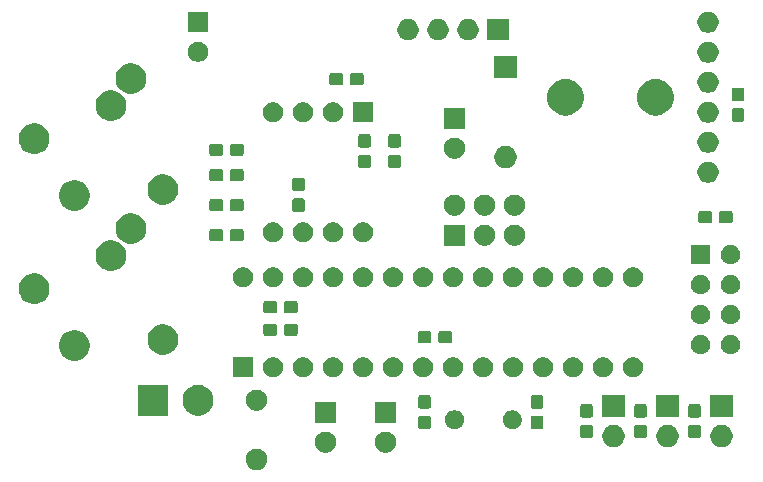
<source format=gbr>
G04 #@! TF.GenerationSoftware,KiCad,Pcbnew,5.1.5-52549c5~84~ubuntu18.04.1*
G04 #@! TF.CreationDate,2020-02-11T14:40:58+00:00*
G04 #@! TF.ProjectId,transmitter,7472616e-736d-4697-9474-65722e6b6963,rev?*
G04 #@! TF.SameCoordinates,Original*
G04 #@! TF.FileFunction,Soldermask,Bot*
G04 #@! TF.FilePolarity,Negative*
%FSLAX46Y46*%
G04 Gerber Fmt 4.6, Leading zero omitted, Abs format (unit mm)*
G04 Created by KiCad (PCBNEW 5.1.5-52549c5~84~ubuntu18.04.1) date 2020-02-11 14:40:58*
%MOMM*%
%LPD*%
G04 APERTURE LIST*
%ADD10C,0.100000*%
G04 APERTURE END LIST*
D10*
G36*
X99681512Y-90717927D02*
G01*
X99830812Y-90747624D01*
X99994784Y-90815544D01*
X100142354Y-90914147D01*
X100267853Y-91039646D01*
X100366456Y-91187216D01*
X100434376Y-91351188D01*
X100469000Y-91525259D01*
X100469000Y-91702741D01*
X100434376Y-91876812D01*
X100366456Y-92040784D01*
X100267853Y-92188354D01*
X100142354Y-92313853D01*
X99994784Y-92412456D01*
X99830812Y-92480376D01*
X99681512Y-92510073D01*
X99656742Y-92515000D01*
X99479258Y-92515000D01*
X99454488Y-92510073D01*
X99305188Y-92480376D01*
X99141216Y-92412456D01*
X98993646Y-92313853D01*
X98868147Y-92188354D01*
X98769544Y-92040784D01*
X98701624Y-91876812D01*
X98667000Y-91702741D01*
X98667000Y-91525259D01*
X98701624Y-91351188D01*
X98769544Y-91187216D01*
X98868147Y-91039646D01*
X98993646Y-90914147D01*
X99141216Y-90815544D01*
X99305188Y-90747624D01*
X99454488Y-90717927D01*
X99479258Y-90713000D01*
X99656742Y-90713000D01*
X99681512Y-90717927D01*
G37*
G36*
X110603512Y-89273927D02*
G01*
X110752812Y-89303624D01*
X110916784Y-89371544D01*
X111064354Y-89470147D01*
X111189853Y-89595646D01*
X111288456Y-89743216D01*
X111356376Y-89907188D01*
X111391000Y-90081259D01*
X111391000Y-90258741D01*
X111356376Y-90432812D01*
X111288456Y-90596784D01*
X111189853Y-90744354D01*
X111064354Y-90869853D01*
X110916784Y-90968456D01*
X110752812Y-91036376D01*
X110603512Y-91066073D01*
X110578742Y-91071000D01*
X110401258Y-91071000D01*
X110376488Y-91066073D01*
X110227188Y-91036376D01*
X110063216Y-90968456D01*
X109915646Y-90869853D01*
X109790147Y-90744354D01*
X109691544Y-90596784D01*
X109623624Y-90432812D01*
X109589000Y-90258741D01*
X109589000Y-90081259D01*
X109623624Y-89907188D01*
X109691544Y-89743216D01*
X109790147Y-89595646D01*
X109915646Y-89470147D01*
X110063216Y-89371544D01*
X110227188Y-89303624D01*
X110376488Y-89273927D01*
X110401258Y-89269000D01*
X110578742Y-89269000D01*
X110603512Y-89273927D01*
G37*
G36*
X105523512Y-89273927D02*
G01*
X105672812Y-89303624D01*
X105836784Y-89371544D01*
X105984354Y-89470147D01*
X106109853Y-89595646D01*
X106208456Y-89743216D01*
X106276376Y-89907188D01*
X106311000Y-90081259D01*
X106311000Y-90258741D01*
X106276376Y-90432812D01*
X106208456Y-90596784D01*
X106109853Y-90744354D01*
X105984354Y-90869853D01*
X105836784Y-90968456D01*
X105672812Y-91036376D01*
X105523512Y-91066073D01*
X105498742Y-91071000D01*
X105321258Y-91071000D01*
X105296488Y-91066073D01*
X105147188Y-91036376D01*
X104983216Y-90968456D01*
X104835646Y-90869853D01*
X104710147Y-90744354D01*
X104611544Y-90596784D01*
X104543624Y-90432812D01*
X104509000Y-90258741D01*
X104509000Y-90081259D01*
X104543624Y-89907188D01*
X104611544Y-89743216D01*
X104710147Y-89595646D01*
X104835646Y-89470147D01*
X104983216Y-89371544D01*
X105147188Y-89303624D01*
X105296488Y-89273927D01*
X105321258Y-89269000D01*
X105498742Y-89269000D01*
X105523512Y-89273927D01*
G37*
G36*
X130071395Y-88747546D02*
G01*
X130244466Y-88819234D01*
X130295530Y-88853354D01*
X130400227Y-88923310D01*
X130532690Y-89055773D01*
X130539523Y-89066000D01*
X130636766Y-89211534D01*
X130708454Y-89384605D01*
X130745000Y-89568333D01*
X130745000Y-89755667D01*
X130708454Y-89939395D01*
X130636766Y-90112466D01*
X130636765Y-90112467D01*
X130532690Y-90268227D01*
X130400227Y-90400690D01*
X130352154Y-90432811D01*
X130244466Y-90504766D01*
X130071395Y-90576454D01*
X129887667Y-90613000D01*
X129700333Y-90613000D01*
X129516605Y-90576454D01*
X129343534Y-90504766D01*
X129235846Y-90432811D01*
X129187773Y-90400690D01*
X129055310Y-90268227D01*
X128951235Y-90112467D01*
X128951234Y-90112466D01*
X128879546Y-89939395D01*
X128843000Y-89755667D01*
X128843000Y-89568333D01*
X128879546Y-89384605D01*
X128951234Y-89211534D01*
X129048477Y-89066000D01*
X129055310Y-89055773D01*
X129187773Y-88923310D01*
X129292470Y-88853354D01*
X129343534Y-88819234D01*
X129516605Y-88747546D01*
X129700333Y-88711000D01*
X129887667Y-88711000D01*
X130071395Y-88747546D01*
G37*
G36*
X139215395Y-88747546D02*
G01*
X139388466Y-88819234D01*
X139439530Y-88853354D01*
X139544227Y-88923310D01*
X139676690Y-89055773D01*
X139683523Y-89066000D01*
X139780766Y-89211534D01*
X139852454Y-89384605D01*
X139889000Y-89568333D01*
X139889000Y-89755667D01*
X139852454Y-89939395D01*
X139780766Y-90112466D01*
X139780765Y-90112467D01*
X139676690Y-90268227D01*
X139544227Y-90400690D01*
X139496154Y-90432811D01*
X139388466Y-90504766D01*
X139215395Y-90576454D01*
X139031667Y-90613000D01*
X138844333Y-90613000D01*
X138660605Y-90576454D01*
X138487534Y-90504766D01*
X138379846Y-90432811D01*
X138331773Y-90400690D01*
X138199310Y-90268227D01*
X138095235Y-90112467D01*
X138095234Y-90112466D01*
X138023546Y-89939395D01*
X137987000Y-89755667D01*
X137987000Y-89568333D01*
X138023546Y-89384605D01*
X138095234Y-89211534D01*
X138192477Y-89066000D01*
X138199310Y-89055773D01*
X138331773Y-88923310D01*
X138436470Y-88853354D01*
X138487534Y-88819234D01*
X138660605Y-88747546D01*
X138844333Y-88711000D01*
X139031667Y-88711000D01*
X139215395Y-88747546D01*
G37*
G36*
X134643395Y-88747546D02*
G01*
X134816466Y-88819234D01*
X134867530Y-88853354D01*
X134972227Y-88923310D01*
X135104690Y-89055773D01*
X135111523Y-89066000D01*
X135208766Y-89211534D01*
X135280454Y-89384605D01*
X135317000Y-89568333D01*
X135317000Y-89755667D01*
X135280454Y-89939395D01*
X135208766Y-90112466D01*
X135208765Y-90112467D01*
X135104690Y-90268227D01*
X134972227Y-90400690D01*
X134924154Y-90432811D01*
X134816466Y-90504766D01*
X134643395Y-90576454D01*
X134459667Y-90613000D01*
X134272333Y-90613000D01*
X134088605Y-90576454D01*
X133915534Y-90504766D01*
X133807846Y-90432811D01*
X133759773Y-90400690D01*
X133627310Y-90268227D01*
X133523235Y-90112467D01*
X133523234Y-90112466D01*
X133451546Y-89939395D01*
X133415000Y-89755667D01*
X133415000Y-89568333D01*
X133451546Y-89384605D01*
X133523234Y-89211534D01*
X133620477Y-89066000D01*
X133627310Y-89055773D01*
X133759773Y-88923310D01*
X133864470Y-88853354D01*
X133915534Y-88819234D01*
X134088605Y-88747546D01*
X134272333Y-88711000D01*
X134459667Y-88711000D01*
X134643395Y-88747546D01*
G37*
G36*
X127872499Y-88695445D02*
G01*
X127909995Y-88706820D01*
X127944554Y-88725292D01*
X127974847Y-88750153D01*
X127999708Y-88780446D01*
X128018180Y-88815005D01*
X128029555Y-88852501D01*
X128034000Y-88897638D01*
X128034000Y-89636362D01*
X128029555Y-89681499D01*
X128018180Y-89718995D01*
X127999708Y-89753554D01*
X127974847Y-89783847D01*
X127944554Y-89808708D01*
X127909995Y-89827180D01*
X127872499Y-89838555D01*
X127827362Y-89843000D01*
X127188638Y-89843000D01*
X127143501Y-89838555D01*
X127106005Y-89827180D01*
X127071446Y-89808708D01*
X127041153Y-89783847D01*
X127016292Y-89753554D01*
X126997820Y-89718995D01*
X126986445Y-89681499D01*
X126982000Y-89636362D01*
X126982000Y-88897638D01*
X126986445Y-88852501D01*
X126997820Y-88815005D01*
X127016292Y-88780446D01*
X127041153Y-88750153D01*
X127071446Y-88725292D01*
X127106005Y-88706820D01*
X127143501Y-88695445D01*
X127188638Y-88691000D01*
X127827362Y-88691000D01*
X127872499Y-88695445D01*
G37*
G36*
X132444499Y-88695445D02*
G01*
X132481995Y-88706820D01*
X132516554Y-88725292D01*
X132546847Y-88750153D01*
X132571708Y-88780446D01*
X132590180Y-88815005D01*
X132601555Y-88852501D01*
X132606000Y-88897638D01*
X132606000Y-89636362D01*
X132601555Y-89681499D01*
X132590180Y-89718995D01*
X132571708Y-89753554D01*
X132546847Y-89783847D01*
X132516554Y-89808708D01*
X132481995Y-89827180D01*
X132444499Y-89838555D01*
X132399362Y-89843000D01*
X131760638Y-89843000D01*
X131715501Y-89838555D01*
X131678005Y-89827180D01*
X131643446Y-89808708D01*
X131613153Y-89783847D01*
X131588292Y-89753554D01*
X131569820Y-89718995D01*
X131558445Y-89681499D01*
X131554000Y-89636362D01*
X131554000Y-88897638D01*
X131558445Y-88852501D01*
X131569820Y-88815005D01*
X131588292Y-88780446D01*
X131613153Y-88750153D01*
X131643446Y-88725292D01*
X131678005Y-88706820D01*
X131715501Y-88695445D01*
X131760638Y-88691000D01*
X132399362Y-88691000D01*
X132444499Y-88695445D01*
G37*
G36*
X137016499Y-88695445D02*
G01*
X137053995Y-88706820D01*
X137088554Y-88725292D01*
X137118847Y-88750153D01*
X137143708Y-88780446D01*
X137162180Y-88815005D01*
X137173555Y-88852501D01*
X137178000Y-88897638D01*
X137178000Y-89636362D01*
X137173555Y-89681499D01*
X137162180Y-89718995D01*
X137143708Y-89753554D01*
X137118847Y-89783847D01*
X137088554Y-89808708D01*
X137053995Y-89827180D01*
X137016499Y-89838555D01*
X136971362Y-89843000D01*
X136332638Y-89843000D01*
X136287501Y-89838555D01*
X136250005Y-89827180D01*
X136215446Y-89808708D01*
X136185153Y-89783847D01*
X136160292Y-89753554D01*
X136141820Y-89718995D01*
X136130445Y-89681499D01*
X136126000Y-89636362D01*
X136126000Y-88897638D01*
X136130445Y-88852501D01*
X136141820Y-88815005D01*
X136160292Y-88780446D01*
X136185153Y-88750153D01*
X136215446Y-88725292D01*
X136250005Y-88706820D01*
X136287501Y-88695445D01*
X136332638Y-88691000D01*
X136971362Y-88691000D01*
X137016499Y-88695445D01*
G37*
G36*
X123681499Y-87933445D02*
G01*
X123718995Y-87944820D01*
X123753554Y-87963292D01*
X123783847Y-87988153D01*
X123808708Y-88018446D01*
X123827180Y-88053005D01*
X123838555Y-88090501D01*
X123843000Y-88135638D01*
X123843000Y-88874362D01*
X123838555Y-88919499D01*
X123827180Y-88956995D01*
X123808708Y-88991554D01*
X123783847Y-89021847D01*
X123753554Y-89046708D01*
X123718995Y-89065180D01*
X123681499Y-89076555D01*
X123636362Y-89081000D01*
X122997638Y-89081000D01*
X122952501Y-89076555D01*
X122915005Y-89065180D01*
X122880446Y-89046708D01*
X122850153Y-89021847D01*
X122825292Y-88991554D01*
X122806820Y-88956995D01*
X122795445Y-88919499D01*
X122791000Y-88874362D01*
X122791000Y-88135638D01*
X122795445Y-88090501D01*
X122806820Y-88053005D01*
X122825292Y-88018446D01*
X122850153Y-87988153D01*
X122880446Y-87963292D01*
X122915005Y-87944820D01*
X122952501Y-87933445D01*
X122997638Y-87929000D01*
X123636362Y-87929000D01*
X123681499Y-87933445D01*
G37*
G36*
X114156499Y-87933445D02*
G01*
X114193995Y-87944820D01*
X114228554Y-87963292D01*
X114258847Y-87988153D01*
X114283708Y-88018446D01*
X114302180Y-88053005D01*
X114313555Y-88090501D01*
X114318000Y-88135638D01*
X114318000Y-88874362D01*
X114313555Y-88919499D01*
X114302180Y-88956995D01*
X114283708Y-88991554D01*
X114258847Y-89021847D01*
X114228554Y-89046708D01*
X114193995Y-89065180D01*
X114156499Y-89076555D01*
X114111362Y-89081000D01*
X113472638Y-89081000D01*
X113427501Y-89076555D01*
X113390005Y-89065180D01*
X113355446Y-89046708D01*
X113325153Y-89021847D01*
X113300292Y-88991554D01*
X113281820Y-88956995D01*
X113270445Y-88919499D01*
X113266000Y-88874362D01*
X113266000Y-88135638D01*
X113270445Y-88090501D01*
X113281820Y-88053005D01*
X113300292Y-88018446D01*
X113325153Y-87988153D01*
X113355446Y-87963292D01*
X113390005Y-87944820D01*
X113427501Y-87933445D01*
X113472638Y-87929000D01*
X114111362Y-87929000D01*
X114156499Y-87933445D01*
G37*
G36*
X116565642Y-87494781D02*
G01*
X116711414Y-87555162D01*
X116711416Y-87555163D01*
X116842608Y-87642822D01*
X116954178Y-87754392D01*
X117041837Y-87885584D01*
X117041838Y-87885586D01*
X117102219Y-88031358D01*
X117133000Y-88186107D01*
X117133000Y-88343893D01*
X117102219Y-88498642D01*
X117041838Y-88644414D01*
X117041837Y-88644416D01*
X116954178Y-88775608D01*
X116842608Y-88887178D01*
X116711416Y-88974837D01*
X116711415Y-88974838D01*
X116711414Y-88974838D01*
X116565642Y-89035219D01*
X116410893Y-89066000D01*
X116253107Y-89066000D01*
X116098358Y-89035219D01*
X115952586Y-88974838D01*
X115952585Y-88974838D01*
X115952584Y-88974837D01*
X115821392Y-88887178D01*
X115709822Y-88775608D01*
X115622163Y-88644416D01*
X115622162Y-88644414D01*
X115561781Y-88498642D01*
X115531000Y-88343893D01*
X115531000Y-88186107D01*
X115561781Y-88031358D01*
X115622162Y-87885586D01*
X115622163Y-87885584D01*
X115709822Y-87754392D01*
X115821392Y-87642822D01*
X115952584Y-87555163D01*
X115952586Y-87555162D01*
X116098358Y-87494781D01*
X116253107Y-87464000D01*
X116410893Y-87464000D01*
X116565642Y-87494781D01*
G37*
G36*
X121465642Y-87494781D02*
G01*
X121611414Y-87555162D01*
X121611416Y-87555163D01*
X121742608Y-87642822D01*
X121854178Y-87754392D01*
X121941837Y-87885584D01*
X121941838Y-87885586D01*
X122002219Y-88031358D01*
X122033000Y-88186107D01*
X122033000Y-88343893D01*
X122002219Y-88498642D01*
X121941838Y-88644414D01*
X121941837Y-88644416D01*
X121854178Y-88775608D01*
X121742608Y-88887178D01*
X121611416Y-88974837D01*
X121611415Y-88974838D01*
X121611414Y-88974838D01*
X121465642Y-89035219D01*
X121310893Y-89066000D01*
X121153107Y-89066000D01*
X120998358Y-89035219D01*
X120852586Y-88974838D01*
X120852585Y-88974838D01*
X120852584Y-88974837D01*
X120721392Y-88887178D01*
X120609822Y-88775608D01*
X120522163Y-88644416D01*
X120522162Y-88644414D01*
X120461781Y-88498642D01*
X120431000Y-88343893D01*
X120431000Y-88186107D01*
X120461781Y-88031358D01*
X120522162Y-87885586D01*
X120522163Y-87885584D01*
X120609822Y-87754392D01*
X120721392Y-87642822D01*
X120852584Y-87555163D01*
X120852586Y-87555162D01*
X120998358Y-87494781D01*
X121153107Y-87464000D01*
X121310893Y-87464000D01*
X121465642Y-87494781D01*
G37*
G36*
X111391000Y-88531000D02*
G01*
X109589000Y-88531000D01*
X109589000Y-86729000D01*
X111391000Y-86729000D01*
X111391000Y-88531000D01*
G37*
G36*
X106311000Y-88531000D02*
G01*
X104509000Y-88531000D01*
X104509000Y-86729000D01*
X106311000Y-86729000D01*
X106311000Y-88531000D01*
G37*
G36*
X127872499Y-86945445D02*
G01*
X127909995Y-86956820D01*
X127944554Y-86975292D01*
X127974847Y-87000153D01*
X127999708Y-87030446D01*
X128018180Y-87065005D01*
X128029555Y-87102501D01*
X128034000Y-87147638D01*
X128034000Y-87886362D01*
X128029555Y-87931499D01*
X128018180Y-87968995D01*
X127999708Y-88003554D01*
X127974847Y-88033847D01*
X127944554Y-88058708D01*
X127909995Y-88077180D01*
X127872499Y-88088555D01*
X127827362Y-88093000D01*
X127188638Y-88093000D01*
X127143501Y-88088555D01*
X127106005Y-88077180D01*
X127071446Y-88058708D01*
X127041153Y-88033847D01*
X127016292Y-88003554D01*
X126997820Y-87968995D01*
X126986445Y-87931499D01*
X126982000Y-87886362D01*
X126982000Y-87147638D01*
X126986445Y-87102501D01*
X126997820Y-87065005D01*
X127016292Y-87030446D01*
X127041153Y-87000153D01*
X127071446Y-86975292D01*
X127106005Y-86956820D01*
X127143501Y-86945445D01*
X127188638Y-86941000D01*
X127827362Y-86941000D01*
X127872499Y-86945445D01*
G37*
G36*
X132444499Y-86945445D02*
G01*
X132481995Y-86956820D01*
X132516554Y-86975292D01*
X132546847Y-87000153D01*
X132571708Y-87030446D01*
X132590180Y-87065005D01*
X132601555Y-87102501D01*
X132606000Y-87147638D01*
X132606000Y-87886362D01*
X132601555Y-87931499D01*
X132590180Y-87968995D01*
X132571708Y-88003554D01*
X132546847Y-88033847D01*
X132516554Y-88058708D01*
X132481995Y-88077180D01*
X132444499Y-88088555D01*
X132399362Y-88093000D01*
X131760638Y-88093000D01*
X131715501Y-88088555D01*
X131678005Y-88077180D01*
X131643446Y-88058708D01*
X131613153Y-88033847D01*
X131588292Y-88003554D01*
X131569820Y-87968995D01*
X131558445Y-87931499D01*
X131554000Y-87886362D01*
X131554000Y-87147638D01*
X131558445Y-87102501D01*
X131569820Y-87065005D01*
X131588292Y-87030446D01*
X131613153Y-87000153D01*
X131643446Y-86975292D01*
X131678005Y-86956820D01*
X131715501Y-86945445D01*
X131760638Y-86941000D01*
X132399362Y-86941000D01*
X132444499Y-86945445D01*
G37*
G36*
X137016499Y-86945445D02*
G01*
X137053995Y-86956820D01*
X137088554Y-86975292D01*
X137118847Y-87000153D01*
X137143708Y-87030446D01*
X137162180Y-87065005D01*
X137173555Y-87102501D01*
X137178000Y-87147638D01*
X137178000Y-87886362D01*
X137173555Y-87931499D01*
X137162180Y-87968995D01*
X137143708Y-88003554D01*
X137118847Y-88033847D01*
X137088554Y-88058708D01*
X137053995Y-88077180D01*
X137016499Y-88088555D01*
X136971362Y-88093000D01*
X136332638Y-88093000D01*
X136287501Y-88088555D01*
X136250005Y-88077180D01*
X136215446Y-88058708D01*
X136185153Y-88033847D01*
X136160292Y-88003554D01*
X136141820Y-87968995D01*
X136130445Y-87931499D01*
X136126000Y-87886362D01*
X136126000Y-87147638D01*
X136130445Y-87102501D01*
X136141820Y-87065005D01*
X136160292Y-87030446D01*
X136185153Y-87000153D01*
X136215446Y-86975292D01*
X136250005Y-86956820D01*
X136287501Y-86945445D01*
X136332638Y-86941000D01*
X136971362Y-86941000D01*
X137016499Y-86945445D01*
G37*
G36*
X139889000Y-88073000D02*
G01*
X137987000Y-88073000D01*
X137987000Y-86171000D01*
X139889000Y-86171000D01*
X139889000Y-88073000D01*
G37*
G36*
X130745000Y-88073000D02*
G01*
X128843000Y-88073000D01*
X128843000Y-86171000D01*
X130745000Y-86171000D01*
X130745000Y-88073000D01*
G37*
G36*
X135317000Y-88073000D02*
G01*
X133415000Y-88073000D01*
X133415000Y-86171000D01*
X135317000Y-86171000D01*
X135317000Y-88073000D01*
G37*
G36*
X94994393Y-85363304D02*
G01*
X95231101Y-85461352D01*
X95231103Y-85461353D01*
X95444135Y-85603696D01*
X95625304Y-85784865D01*
X95767647Y-85997897D01*
X95767648Y-85997899D01*
X95865696Y-86234607D01*
X95915680Y-86485893D01*
X95915680Y-86742107D01*
X95865696Y-86993393D01*
X95767648Y-87230101D01*
X95767647Y-87230103D01*
X95625304Y-87443135D01*
X95444135Y-87624304D01*
X95231103Y-87766647D01*
X95231102Y-87766648D01*
X95231101Y-87766648D01*
X94994393Y-87864696D01*
X94743107Y-87914680D01*
X94486893Y-87914680D01*
X94235607Y-87864696D01*
X93998899Y-87766648D01*
X93998898Y-87766648D01*
X93998897Y-87766647D01*
X93785865Y-87624304D01*
X93604696Y-87443135D01*
X93462353Y-87230103D01*
X93462352Y-87230101D01*
X93364304Y-86993393D01*
X93314320Y-86742107D01*
X93314320Y-86485893D01*
X93364304Y-86234607D01*
X93462352Y-85997899D01*
X93462353Y-85997897D01*
X93604696Y-85784865D01*
X93785865Y-85603696D01*
X93998897Y-85461353D01*
X93998899Y-85461352D01*
X94235607Y-85363304D01*
X94486893Y-85313320D01*
X94743107Y-85313320D01*
X94994393Y-85363304D01*
G37*
G36*
X92105680Y-87914680D02*
G01*
X89504320Y-87914680D01*
X89504320Y-85313320D01*
X92105680Y-85313320D01*
X92105680Y-87914680D01*
G37*
G36*
X99681512Y-85717927D02*
G01*
X99830812Y-85747624D01*
X99994784Y-85815544D01*
X100142354Y-85914147D01*
X100267853Y-86039646D01*
X100366456Y-86187216D01*
X100434376Y-86351188D01*
X100469000Y-86525259D01*
X100469000Y-86702741D01*
X100434376Y-86876812D01*
X100366456Y-87040784D01*
X100267853Y-87188354D01*
X100142354Y-87313853D01*
X99994784Y-87412456D01*
X99830812Y-87480376D01*
X99681512Y-87510073D01*
X99656742Y-87515000D01*
X99479258Y-87515000D01*
X99454488Y-87510073D01*
X99305188Y-87480376D01*
X99141216Y-87412456D01*
X98993646Y-87313853D01*
X98868147Y-87188354D01*
X98769544Y-87040784D01*
X98701624Y-86876812D01*
X98667000Y-86702741D01*
X98667000Y-86525259D01*
X98701624Y-86351188D01*
X98769544Y-86187216D01*
X98868147Y-86039646D01*
X98993646Y-85914147D01*
X99141216Y-85815544D01*
X99305188Y-85747624D01*
X99454488Y-85717927D01*
X99479258Y-85713000D01*
X99656742Y-85713000D01*
X99681512Y-85717927D01*
G37*
G36*
X114156499Y-86183445D02*
G01*
X114193995Y-86194820D01*
X114228554Y-86213292D01*
X114258847Y-86238153D01*
X114283708Y-86268446D01*
X114302180Y-86303005D01*
X114313555Y-86340501D01*
X114318000Y-86385638D01*
X114318000Y-87124362D01*
X114313555Y-87169499D01*
X114302180Y-87206995D01*
X114283708Y-87241554D01*
X114258847Y-87271847D01*
X114228554Y-87296708D01*
X114193995Y-87315180D01*
X114156499Y-87326555D01*
X114111362Y-87331000D01*
X113472638Y-87331000D01*
X113427501Y-87326555D01*
X113390005Y-87315180D01*
X113355446Y-87296708D01*
X113325153Y-87271847D01*
X113300292Y-87241554D01*
X113281820Y-87206995D01*
X113270445Y-87169499D01*
X113266000Y-87124362D01*
X113266000Y-86385638D01*
X113270445Y-86340501D01*
X113281820Y-86303005D01*
X113300292Y-86268446D01*
X113325153Y-86238153D01*
X113355446Y-86213292D01*
X113390005Y-86194820D01*
X113427501Y-86183445D01*
X113472638Y-86179000D01*
X114111362Y-86179000D01*
X114156499Y-86183445D01*
G37*
G36*
X123681499Y-86183445D02*
G01*
X123718995Y-86194820D01*
X123753554Y-86213292D01*
X123783847Y-86238153D01*
X123808708Y-86268446D01*
X123827180Y-86303005D01*
X123838555Y-86340501D01*
X123843000Y-86385638D01*
X123843000Y-87124362D01*
X123838555Y-87169499D01*
X123827180Y-87206995D01*
X123808708Y-87241554D01*
X123783847Y-87271847D01*
X123753554Y-87296708D01*
X123718995Y-87315180D01*
X123681499Y-87326555D01*
X123636362Y-87331000D01*
X122997638Y-87331000D01*
X122952501Y-87326555D01*
X122915005Y-87315180D01*
X122880446Y-87296708D01*
X122850153Y-87271847D01*
X122825292Y-87241554D01*
X122806820Y-87206995D01*
X122795445Y-87169499D01*
X122791000Y-87124362D01*
X122791000Y-86385638D01*
X122795445Y-86340501D01*
X122806820Y-86303005D01*
X122825292Y-86268446D01*
X122850153Y-86238153D01*
X122880446Y-86213292D01*
X122915005Y-86194820D01*
X122952501Y-86183445D01*
X122997638Y-86179000D01*
X123636362Y-86179000D01*
X123681499Y-86183445D01*
G37*
G36*
X129153228Y-83001703D02*
G01*
X129308100Y-83065853D01*
X129447481Y-83158985D01*
X129566015Y-83277519D01*
X129659147Y-83416900D01*
X129723297Y-83571772D01*
X129756000Y-83736184D01*
X129756000Y-83903816D01*
X129723297Y-84068228D01*
X129659147Y-84223100D01*
X129566015Y-84362481D01*
X129447481Y-84481015D01*
X129308100Y-84574147D01*
X129153228Y-84638297D01*
X128988816Y-84671000D01*
X128821184Y-84671000D01*
X128656772Y-84638297D01*
X128501900Y-84574147D01*
X128362519Y-84481015D01*
X128243985Y-84362481D01*
X128150853Y-84223100D01*
X128086703Y-84068228D01*
X128054000Y-83903816D01*
X128054000Y-83736184D01*
X128086703Y-83571772D01*
X128150853Y-83416900D01*
X128243985Y-83277519D01*
X128362519Y-83158985D01*
X128501900Y-83065853D01*
X128656772Y-83001703D01*
X128821184Y-82969000D01*
X128988816Y-82969000D01*
X129153228Y-83001703D01*
G37*
G36*
X106293228Y-83001703D02*
G01*
X106448100Y-83065853D01*
X106587481Y-83158985D01*
X106706015Y-83277519D01*
X106799147Y-83416900D01*
X106863297Y-83571772D01*
X106896000Y-83736184D01*
X106896000Y-83903816D01*
X106863297Y-84068228D01*
X106799147Y-84223100D01*
X106706015Y-84362481D01*
X106587481Y-84481015D01*
X106448100Y-84574147D01*
X106293228Y-84638297D01*
X106128816Y-84671000D01*
X105961184Y-84671000D01*
X105796772Y-84638297D01*
X105641900Y-84574147D01*
X105502519Y-84481015D01*
X105383985Y-84362481D01*
X105290853Y-84223100D01*
X105226703Y-84068228D01*
X105194000Y-83903816D01*
X105194000Y-83736184D01*
X105226703Y-83571772D01*
X105290853Y-83416900D01*
X105383985Y-83277519D01*
X105502519Y-83158985D01*
X105641900Y-83065853D01*
X105796772Y-83001703D01*
X105961184Y-82969000D01*
X106128816Y-82969000D01*
X106293228Y-83001703D01*
G37*
G36*
X108833228Y-83001703D02*
G01*
X108988100Y-83065853D01*
X109127481Y-83158985D01*
X109246015Y-83277519D01*
X109339147Y-83416900D01*
X109403297Y-83571772D01*
X109436000Y-83736184D01*
X109436000Y-83903816D01*
X109403297Y-84068228D01*
X109339147Y-84223100D01*
X109246015Y-84362481D01*
X109127481Y-84481015D01*
X108988100Y-84574147D01*
X108833228Y-84638297D01*
X108668816Y-84671000D01*
X108501184Y-84671000D01*
X108336772Y-84638297D01*
X108181900Y-84574147D01*
X108042519Y-84481015D01*
X107923985Y-84362481D01*
X107830853Y-84223100D01*
X107766703Y-84068228D01*
X107734000Y-83903816D01*
X107734000Y-83736184D01*
X107766703Y-83571772D01*
X107830853Y-83416900D01*
X107923985Y-83277519D01*
X108042519Y-83158985D01*
X108181900Y-83065853D01*
X108336772Y-83001703D01*
X108501184Y-82969000D01*
X108668816Y-82969000D01*
X108833228Y-83001703D01*
G37*
G36*
X111373228Y-83001703D02*
G01*
X111528100Y-83065853D01*
X111667481Y-83158985D01*
X111786015Y-83277519D01*
X111879147Y-83416900D01*
X111943297Y-83571772D01*
X111976000Y-83736184D01*
X111976000Y-83903816D01*
X111943297Y-84068228D01*
X111879147Y-84223100D01*
X111786015Y-84362481D01*
X111667481Y-84481015D01*
X111528100Y-84574147D01*
X111373228Y-84638297D01*
X111208816Y-84671000D01*
X111041184Y-84671000D01*
X110876772Y-84638297D01*
X110721900Y-84574147D01*
X110582519Y-84481015D01*
X110463985Y-84362481D01*
X110370853Y-84223100D01*
X110306703Y-84068228D01*
X110274000Y-83903816D01*
X110274000Y-83736184D01*
X110306703Y-83571772D01*
X110370853Y-83416900D01*
X110463985Y-83277519D01*
X110582519Y-83158985D01*
X110721900Y-83065853D01*
X110876772Y-83001703D01*
X111041184Y-82969000D01*
X111208816Y-82969000D01*
X111373228Y-83001703D01*
G37*
G36*
X113913228Y-83001703D02*
G01*
X114068100Y-83065853D01*
X114207481Y-83158985D01*
X114326015Y-83277519D01*
X114419147Y-83416900D01*
X114483297Y-83571772D01*
X114516000Y-83736184D01*
X114516000Y-83903816D01*
X114483297Y-84068228D01*
X114419147Y-84223100D01*
X114326015Y-84362481D01*
X114207481Y-84481015D01*
X114068100Y-84574147D01*
X113913228Y-84638297D01*
X113748816Y-84671000D01*
X113581184Y-84671000D01*
X113416772Y-84638297D01*
X113261900Y-84574147D01*
X113122519Y-84481015D01*
X113003985Y-84362481D01*
X112910853Y-84223100D01*
X112846703Y-84068228D01*
X112814000Y-83903816D01*
X112814000Y-83736184D01*
X112846703Y-83571772D01*
X112910853Y-83416900D01*
X113003985Y-83277519D01*
X113122519Y-83158985D01*
X113261900Y-83065853D01*
X113416772Y-83001703D01*
X113581184Y-82969000D01*
X113748816Y-82969000D01*
X113913228Y-83001703D01*
G37*
G36*
X116453228Y-83001703D02*
G01*
X116608100Y-83065853D01*
X116747481Y-83158985D01*
X116866015Y-83277519D01*
X116959147Y-83416900D01*
X117023297Y-83571772D01*
X117056000Y-83736184D01*
X117056000Y-83903816D01*
X117023297Y-84068228D01*
X116959147Y-84223100D01*
X116866015Y-84362481D01*
X116747481Y-84481015D01*
X116608100Y-84574147D01*
X116453228Y-84638297D01*
X116288816Y-84671000D01*
X116121184Y-84671000D01*
X115956772Y-84638297D01*
X115801900Y-84574147D01*
X115662519Y-84481015D01*
X115543985Y-84362481D01*
X115450853Y-84223100D01*
X115386703Y-84068228D01*
X115354000Y-83903816D01*
X115354000Y-83736184D01*
X115386703Y-83571772D01*
X115450853Y-83416900D01*
X115543985Y-83277519D01*
X115662519Y-83158985D01*
X115801900Y-83065853D01*
X115956772Y-83001703D01*
X116121184Y-82969000D01*
X116288816Y-82969000D01*
X116453228Y-83001703D01*
G37*
G36*
X118993228Y-83001703D02*
G01*
X119148100Y-83065853D01*
X119287481Y-83158985D01*
X119406015Y-83277519D01*
X119499147Y-83416900D01*
X119563297Y-83571772D01*
X119596000Y-83736184D01*
X119596000Y-83903816D01*
X119563297Y-84068228D01*
X119499147Y-84223100D01*
X119406015Y-84362481D01*
X119287481Y-84481015D01*
X119148100Y-84574147D01*
X118993228Y-84638297D01*
X118828816Y-84671000D01*
X118661184Y-84671000D01*
X118496772Y-84638297D01*
X118341900Y-84574147D01*
X118202519Y-84481015D01*
X118083985Y-84362481D01*
X117990853Y-84223100D01*
X117926703Y-84068228D01*
X117894000Y-83903816D01*
X117894000Y-83736184D01*
X117926703Y-83571772D01*
X117990853Y-83416900D01*
X118083985Y-83277519D01*
X118202519Y-83158985D01*
X118341900Y-83065853D01*
X118496772Y-83001703D01*
X118661184Y-82969000D01*
X118828816Y-82969000D01*
X118993228Y-83001703D01*
G37*
G36*
X126613228Y-83001703D02*
G01*
X126768100Y-83065853D01*
X126907481Y-83158985D01*
X127026015Y-83277519D01*
X127119147Y-83416900D01*
X127183297Y-83571772D01*
X127216000Y-83736184D01*
X127216000Y-83903816D01*
X127183297Y-84068228D01*
X127119147Y-84223100D01*
X127026015Y-84362481D01*
X126907481Y-84481015D01*
X126768100Y-84574147D01*
X126613228Y-84638297D01*
X126448816Y-84671000D01*
X126281184Y-84671000D01*
X126116772Y-84638297D01*
X125961900Y-84574147D01*
X125822519Y-84481015D01*
X125703985Y-84362481D01*
X125610853Y-84223100D01*
X125546703Y-84068228D01*
X125514000Y-83903816D01*
X125514000Y-83736184D01*
X125546703Y-83571772D01*
X125610853Y-83416900D01*
X125703985Y-83277519D01*
X125822519Y-83158985D01*
X125961900Y-83065853D01*
X126116772Y-83001703D01*
X126281184Y-82969000D01*
X126448816Y-82969000D01*
X126613228Y-83001703D01*
G37*
G36*
X124073228Y-83001703D02*
G01*
X124228100Y-83065853D01*
X124367481Y-83158985D01*
X124486015Y-83277519D01*
X124579147Y-83416900D01*
X124643297Y-83571772D01*
X124676000Y-83736184D01*
X124676000Y-83903816D01*
X124643297Y-84068228D01*
X124579147Y-84223100D01*
X124486015Y-84362481D01*
X124367481Y-84481015D01*
X124228100Y-84574147D01*
X124073228Y-84638297D01*
X123908816Y-84671000D01*
X123741184Y-84671000D01*
X123576772Y-84638297D01*
X123421900Y-84574147D01*
X123282519Y-84481015D01*
X123163985Y-84362481D01*
X123070853Y-84223100D01*
X123006703Y-84068228D01*
X122974000Y-83903816D01*
X122974000Y-83736184D01*
X123006703Y-83571772D01*
X123070853Y-83416900D01*
X123163985Y-83277519D01*
X123282519Y-83158985D01*
X123421900Y-83065853D01*
X123576772Y-83001703D01*
X123741184Y-82969000D01*
X123908816Y-82969000D01*
X124073228Y-83001703D01*
G37*
G36*
X131693228Y-83001703D02*
G01*
X131848100Y-83065853D01*
X131987481Y-83158985D01*
X132106015Y-83277519D01*
X132199147Y-83416900D01*
X132263297Y-83571772D01*
X132296000Y-83736184D01*
X132296000Y-83903816D01*
X132263297Y-84068228D01*
X132199147Y-84223100D01*
X132106015Y-84362481D01*
X131987481Y-84481015D01*
X131848100Y-84574147D01*
X131693228Y-84638297D01*
X131528816Y-84671000D01*
X131361184Y-84671000D01*
X131196772Y-84638297D01*
X131041900Y-84574147D01*
X130902519Y-84481015D01*
X130783985Y-84362481D01*
X130690853Y-84223100D01*
X130626703Y-84068228D01*
X130594000Y-83903816D01*
X130594000Y-83736184D01*
X130626703Y-83571772D01*
X130690853Y-83416900D01*
X130783985Y-83277519D01*
X130902519Y-83158985D01*
X131041900Y-83065853D01*
X131196772Y-83001703D01*
X131361184Y-82969000D01*
X131528816Y-82969000D01*
X131693228Y-83001703D01*
G37*
G36*
X103753228Y-83001703D02*
G01*
X103908100Y-83065853D01*
X104047481Y-83158985D01*
X104166015Y-83277519D01*
X104259147Y-83416900D01*
X104323297Y-83571772D01*
X104356000Y-83736184D01*
X104356000Y-83903816D01*
X104323297Y-84068228D01*
X104259147Y-84223100D01*
X104166015Y-84362481D01*
X104047481Y-84481015D01*
X103908100Y-84574147D01*
X103753228Y-84638297D01*
X103588816Y-84671000D01*
X103421184Y-84671000D01*
X103256772Y-84638297D01*
X103101900Y-84574147D01*
X102962519Y-84481015D01*
X102843985Y-84362481D01*
X102750853Y-84223100D01*
X102686703Y-84068228D01*
X102654000Y-83903816D01*
X102654000Y-83736184D01*
X102686703Y-83571772D01*
X102750853Y-83416900D01*
X102843985Y-83277519D01*
X102962519Y-83158985D01*
X103101900Y-83065853D01*
X103256772Y-83001703D01*
X103421184Y-82969000D01*
X103588816Y-82969000D01*
X103753228Y-83001703D01*
G37*
G36*
X101213228Y-83001703D02*
G01*
X101368100Y-83065853D01*
X101507481Y-83158985D01*
X101626015Y-83277519D01*
X101719147Y-83416900D01*
X101783297Y-83571772D01*
X101816000Y-83736184D01*
X101816000Y-83903816D01*
X101783297Y-84068228D01*
X101719147Y-84223100D01*
X101626015Y-84362481D01*
X101507481Y-84481015D01*
X101368100Y-84574147D01*
X101213228Y-84638297D01*
X101048816Y-84671000D01*
X100881184Y-84671000D01*
X100716772Y-84638297D01*
X100561900Y-84574147D01*
X100422519Y-84481015D01*
X100303985Y-84362481D01*
X100210853Y-84223100D01*
X100146703Y-84068228D01*
X100114000Y-83903816D01*
X100114000Y-83736184D01*
X100146703Y-83571772D01*
X100210853Y-83416900D01*
X100303985Y-83277519D01*
X100422519Y-83158985D01*
X100561900Y-83065853D01*
X100716772Y-83001703D01*
X100881184Y-82969000D01*
X101048816Y-82969000D01*
X101213228Y-83001703D01*
G37*
G36*
X99276000Y-84671000D02*
G01*
X97574000Y-84671000D01*
X97574000Y-82969000D01*
X99276000Y-82969000D01*
X99276000Y-84671000D01*
G37*
G36*
X121533228Y-83001703D02*
G01*
X121688100Y-83065853D01*
X121827481Y-83158985D01*
X121946015Y-83277519D01*
X122039147Y-83416900D01*
X122103297Y-83571772D01*
X122136000Y-83736184D01*
X122136000Y-83903816D01*
X122103297Y-84068228D01*
X122039147Y-84223100D01*
X121946015Y-84362481D01*
X121827481Y-84481015D01*
X121688100Y-84574147D01*
X121533228Y-84638297D01*
X121368816Y-84671000D01*
X121201184Y-84671000D01*
X121036772Y-84638297D01*
X120881900Y-84574147D01*
X120742519Y-84481015D01*
X120623985Y-84362481D01*
X120530853Y-84223100D01*
X120466703Y-84068228D01*
X120434000Y-83903816D01*
X120434000Y-83736184D01*
X120466703Y-83571772D01*
X120530853Y-83416900D01*
X120623985Y-83277519D01*
X120742519Y-83158985D01*
X120881900Y-83065853D01*
X121036772Y-83001703D01*
X121201184Y-82969000D01*
X121368816Y-82969000D01*
X121533228Y-83001703D01*
G37*
G36*
X84519487Y-80722996D02*
G01*
X84756253Y-80821068D01*
X84756255Y-80821069D01*
X84969339Y-80963447D01*
X85150553Y-81144661D01*
X85284992Y-81345863D01*
X85292932Y-81357747D01*
X85391004Y-81594513D01*
X85441000Y-81845861D01*
X85441000Y-82102139D01*
X85391004Y-82353487D01*
X85292932Y-82590253D01*
X85292931Y-82590255D01*
X85150553Y-82803339D01*
X84969339Y-82984553D01*
X84756255Y-83126931D01*
X84756254Y-83126932D01*
X84756253Y-83126932D01*
X84519487Y-83225004D01*
X84268139Y-83275000D01*
X84011861Y-83275000D01*
X83760513Y-83225004D01*
X83523747Y-83126932D01*
X83523746Y-83126932D01*
X83523745Y-83126931D01*
X83310661Y-82984553D01*
X83129447Y-82803339D01*
X82987069Y-82590255D01*
X82987068Y-82590253D01*
X82888996Y-82353487D01*
X82839000Y-82102139D01*
X82839000Y-81845861D01*
X82888996Y-81594513D01*
X82987068Y-81357747D01*
X82995009Y-81345863D01*
X83129447Y-81144661D01*
X83310661Y-80963447D01*
X83523745Y-80821069D01*
X83523747Y-80821068D01*
X83760513Y-80722996D01*
X84011861Y-80673000D01*
X84268139Y-80673000D01*
X84519487Y-80722996D01*
G37*
G36*
X92019487Y-80222996D02*
G01*
X92256253Y-80321068D01*
X92256255Y-80321069D01*
X92469339Y-80463447D01*
X92650553Y-80644661D01*
X92783377Y-80843446D01*
X92792932Y-80857747D01*
X92891004Y-81094513D01*
X92941000Y-81345861D01*
X92941000Y-81602139D01*
X92891004Y-81853487D01*
X92832356Y-81995075D01*
X92792931Y-82090255D01*
X92650553Y-82303339D01*
X92469339Y-82484553D01*
X92256255Y-82626931D01*
X92256254Y-82626932D01*
X92256253Y-82626932D01*
X92019487Y-82725004D01*
X91768139Y-82775000D01*
X91511861Y-82775000D01*
X91260513Y-82725004D01*
X91023747Y-82626932D01*
X91023746Y-82626932D01*
X91023745Y-82626931D01*
X90810661Y-82484553D01*
X90629447Y-82303339D01*
X90487069Y-82090255D01*
X90447644Y-81995075D01*
X90388996Y-81853487D01*
X90339000Y-81602139D01*
X90339000Y-81345861D01*
X90388996Y-81094513D01*
X90487068Y-80857747D01*
X90496624Y-80843446D01*
X90629447Y-80644661D01*
X90810661Y-80463447D01*
X91023745Y-80321069D01*
X91023747Y-80321068D01*
X91260513Y-80222996D01*
X91511861Y-80173000D01*
X91768139Y-80173000D01*
X92019487Y-80222996D01*
G37*
G36*
X139937142Y-81133242D02*
G01*
X140085101Y-81194529D01*
X140218255Y-81283499D01*
X140331501Y-81396745D01*
X140420471Y-81529899D01*
X140481758Y-81677858D01*
X140513000Y-81834925D01*
X140513000Y-81995075D01*
X140481758Y-82152142D01*
X140420471Y-82300101D01*
X140331501Y-82433255D01*
X140218255Y-82546501D01*
X140085101Y-82635471D01*
X139937142Y-82696758D01*
X139780075Y-82728000D01*
X139619925Y-82728000D01*
X139462858Y-82696758D01*
X139314899Y-82635471D01*
X139181745Y-82546501D01*
X139068499Y-82433255D01*
X138979529Y-82300101D01*
X138918242Y-82152142D01*
X138887000Y-81995075D01*
X138887000Y-81834925D01*
X138918242Y-81677858D01*
X138979529Y-81529899D01*
X139068499Y-81396745D01*
X139181745Y-81283499D01*
X139314899Y-81194529D01*
X139462858Y-81133242D01*
X139619925Y-81102000D01*
X139780075Y-81102000D01*
X139937142Y-81133242D01*
G37*
G36*
X137397142Y-81133242D02*
G01*
X137545101Y-81194529D01*
X137678255Y-81283499D01*
X137791501Y-81396745D01*
X137880471Y-81529899D01*
X137941758Y-81677858D01*
X137973000Y-81834925D01*
X137973000Y-81995075D01*
X137941758Y-82152142D01*
X137880471Y-82300101D01*
X137791501Y-82433255D01*
X137678255Y-82546501D01*
X137545101Y-82635471D01*
X137397142Y-82696758D01*
X137240075Y-82728000D01*
X137079925Y-82728000D01*
X136922858Y-82696758D01*
X136774899Y-82635471D01*
X136641745Y-82546501D01*
X136528499Y-82433255D01*
X136439529Y-82300101D01*
X136378242Y-82152142D01*
X136347000Y-81995075D01*
X136347000Y-81834925D01*
X136378242Y-81677858D01*
X136439529Y-81529899D01*
X136528499Y-81396745D01*
X136641745Y-81283499D01*
X136774899Y-81194529D01*
X136922858Y-81133242D01*
X137079925Y-81102000D01*
X137240075Y-81102000D01*
X137397142Y-81133242D01*
G37*
G36*
X114206499Y-80758445D02*
G01*
X114243995Y-80769820D01*
X114278554Y-80788292D01*
X114308847Y-80813153D01*
X114333708Y-80843446D01*
X114352180Y-80878005D01*
X114363555Y-80915501D01*
X114368000Y-80960638D01*
X114368000Y-81599362D01*
X114363555Y-81644499D01*
X114352180Y-81681995D01*
X114333708Y-81716554D01*
X114308847Y-81746847D01*
X114278554Y-81771708D01*
X114243995Y-81790180D01*
X114206499Y-81801555D01*
X114161362Y-81806000D01*
X113422638Y-81806000D01*
X113377501Y-81801555D01*
X113340005Y-81790180D01*
X113305446Y-81771708D01*
X113275153Y-81746847D01*
X113250292Y-81716554D01*
X113231820Y-81681995D01*
X113220445Y-81644499D01*
X113216000Y-81599362D01*
X113216000Y-80960638D01*
X113220445Y-80915501D01*
X113231820Y-80878005D01*
X113250292Y-80843446D01*
X113275153Y-80813153D01*
X113305446Y-80788292D01*
X113340005Y-80769820D01*
X113377501Y-80758445D01*
X113422638Y-80754000D01*
X114161362Y-80754000D01*
X114206499Y-80758445D01*
G37*
G36*
X115956499Y-80758445D02*
G01*
X115993995Y-80769820D01*
X116028554Y-80788292D01*
X116058847Y-80813153D01*
X116083708Y-80843446D01*
X116102180Y-80878005D01*
X116113555Y-80915501D01*
X116118000Y-80960638D01*
X116118000Y-81599362D01*
X116113555Y-81644499D01*
X116102180Y-81681995D01*
X116083708Y-81716554D01*
X116058847Y-81746847D01*
X116028554Y-81771708D01*
X115993995Y-81790180D01*
X115956499Y-81801555D01*
X115911362Y-81806000D01*
X115172638Y-81806000D01*
X115127501Y-81801555D01*
X115090005Y-81790180D01*
X115055446Y-81771708D01*
X115025153Y-81746847D01*
X115000292Y-81716554D01*
X114981820Y-81681995D01*
X114970445Y-81644499D01*
X114966000Y-81599362D01*
X114966000Y-80960638D01*
X114970445Y-80915501D01*
X114981820Y-80878005D01*
X115000292Y-80843446D01*
X115025153Y-80813153D01*
X115055446Y-80788292D01*
X115090005Y-80769820D01*
X115127501Y-80758445D01*
X115172638Y-80754000D01*
X115911362Y-80754000D01*
X115956499Y-80758445D01*
G37*
G36*
X101139499Y-80123445D02*
G01*
X101176995Y-80134820D01*
X101211554Y-80153292D01*
X101241847Y-80178153D01*
X101266708Y-80208446D01*
X101285180Y-80243005D01*
X101296555Y-80280501D01*
X101301000Y-80325638D01*
X101301000Y-80964362D01*
X101296555Y-81009499D01*
X101285180Y-81046995D01*
X101266708Y-81081554D01*
X101241847Y-81111847D01*
X101211554Y-81136708D01*
X101176995Y-81155180D01*
X101139499Y-81166555D01*
X101094362Y-81171000D01*
X100355638Y-81171000D01*
X100310501Y-81166555D01*
X100273005Y-81155180D01*
X100238446Y-81136708D01*
X100208153Y-81111847D01*
X100183292Y-81081554D01*
X100164820Y-81046995D01*
X100153445Y-81009499D01*
X100149000Y-80964362D01*
X100149000Y-80325638D01*
X100153445Y-80280501D01*
X100164820Y-80243005D01*
X100183292Y-80208446D01*
X100208153Y-80178153D01*
X100238446Y-80153292D01*
X100273005Y-80134820D01*
X100310501Y-80123445D01*
X100355638Y-80119000D01*
X101094362Y-80119000D01*
X101139499Y-80123445D01*
G37*
G36*
X102889499Y-80123445D02*
G01*
X102926995Y-80134820D01*
X102961554Y-80153292D01*
X102991847Y-80178153D01*
X103016708Y-80208446D01*
X103035180Y-80243005D01*
X103046555Y-80280501D01*
X103051000Y-80325638D01*
X103051000Y-80964362D01*
X103046555Y-81009499D01*
X103035180Y-81046995D01*
X103016708Y-81081554D01*
X102991847Y-81111847D01*
X102961554Y-81136708D01*
X102926995Y-81155180D01*
X102889499Y-81166555D01*
X102844362Y-81171000D01*
X102105638Y-81171000D01*
X102060501Y-81166555D01*
X102023005Y-81155180D01*
X101988446Y-81136708D01*
X101958153Y-81111847D01*
X101933292Y-81081554D01*
X101914820Y-81046995D01*
X101903445Y-81009499D01*
X101899000Y-80964362D01*
X101899000Y-80325638D01*
X101903445Y-80280501D01*
X101914820Y-80243005D01*
X101933292Y-80208446D01*
X101958153Y-80178153D01*
X101988446Y-80153292D01*
X102023005Y-80134820D01*
X102060501Y-80123445D01*
X102105638Y-80119000D01*
X102844362Y-80119000D01*
X102889499Y-80123445D01*
G37*
G36*
X139937142Y-78593242D02*
G01*
X140085101Y-78654529D01*
X140218255Y-78743499D01*
X140331501Y-78856745D01*
X140420471Y-78989899D01*
X140481758Y-79137858D01*
X140513000Y-79294925D01*
X140513000Y-79455075D01*
X140481758Y-79612142D01*
X140420471Y-79760101D01*
X140331501Y-79893255D01*
X140218255Y-80006501D01*
X140085101Y-80095471D01*
X139937142Y-80156758D01*
X139780075Y-80188000D01*
X139619925Y-80188000D01*
X139462858Y-80156758D01*
X139314899Y-80095471D01*
X139181745Y-80006501D01*
X139068499Y-79893255D01*
X138979529Y-79760101D01*
X138918242Y-79612142D01*
X138887000Y-79455075D01*
X138887000Y-79294925D01*
X138918242Y-79137858D01*
X138979529Y-78989899D01*
X139068499Y-78856745D01*
X139181745Y-78743499D01*
X139314899Y-78654529D01*
X139462858Y-78593242D01*
X139619925Y-78562000D01*
X139780075Y-78562000D01*
X139937142Y-78593242D01*
G37*
G36*
X137397142Y-78593242D02*
G01*
X137545101Y-78654529D01*
X137678255Y-78743499D01*
X137791501Y-78856745D01*
X137880471Y-78989899D01*
X137941758Y-79137858D01*
X137973000Y-79294925D01*
X137973000Y-79455075D01*
X137941758Y-79612142D01*
X137880471Y-79760101D01*
X137791501Y-79893255D01*
X137678255Y-80006501D01*
X137545101Y-80095471D01*
X137397142Y-80156758D01*
X137240075Y-80188000D01*
X137079925Y-80188000D01*
X136922858Y-80156758D01*
X136774899Y-80095471D01*
X136641745Y-80006501D01*
X136528499Y-79893255D01*
X136439529Y-79760101D01*
X136378242Y-79612142D01*
X136347000Y-79455075D01*
X136347000Y-79294925D01*
X136378242Y-79137858D01*
X136439529Y-78989899D01*
X136528499Y-78856745D01*
X136641745Y-78743499D01*
X136774899Y-78654529D01*
X136922858Y-78593242D01*
X137079925Y-78562000D01*
X137240075Y-78562000D01*
X137397142Y-78593242D01*
G37*
G36*
X101139499Y-78218445D02*
G01*
X101176995Y-78229820D01*
X101211554Y-78248292D01*
X101241847Y-78273153D01*
X101266708Y-78303446D01*
X101285180Y-78338005D01*
X101296555Y-78375501D01*
X101301000Y-78420638D01*
X101301000Y-79059362D01*
X101296555Y-79104499D01*
X101285180Y-79141995D01*
X101266708Y-79176554D01*
X101241847Y-79206847D01*
X101211554Y-79231708D01*
X101176995Y-79250180D01*
X101139499Y-79261555D01*
X101094362Y-79266000D01*
X100355638Y-79266000D01*
X100310501Y-79261555D01*
X100273005Y-79250180D01*
X100238446Y-79231708D01*
X100208153Y-79206847D01*
X100183292Y-79176554D01*
X100164820Y-79141995D01*
X100153445Y-79104499D01*
X100149000Y-79059362D01*
X100149000Y-78420638D01*
X100153445Y-78375501D01*
X100164820Y-78338005D01*
X100183292Y-78303446D01*
X100208153Y-78273153D01*
X100238446Y-78248292D01*
X100273005Y-78229820D01*
X100310501Y-78218445D01*
X100355638Y-78214000D01*
X101094362Y-78214000D01*
X101139499Y-78218445D01*
G37*
G36*
X102889499Y-78218445D02*
G01*
X102926995Y-78229820D01*
X102961554Y-78248292D01*
X102991847Y-78273153D01*
X103016708Y-78303446D01*
X103035180Y-78338005D01*
X103046555Y-78375501D01*
X103051000Y-78420638D01*
X103051000Y-79059362D01*
X103046555Y-79104499D01*
X103035180Y-79141995D01*
X103016708Y-79176554D01*
X102991847Y-79206847D01*
X102961554Y-79231708D01*
X102926995Y-79250180D01*
X102889499Y-79261555D01*
X102844362Y-79266000D01*
X102105638Y-79266000D01*
X102060501Y-79261555D01*
X102023005Y-79250180D01*
X101988446Y-79231708D01*
X101958153Y-79206847D01*
X101933292Y-79176554D01*
X101914820Y-79141995D01*
X101903445Y-79104499D01*
X101899000Y-79059362D01*
X101899000Y-78420638D01*
X101903445Y-78375501D01*
X101914820Y-78338005D01*
X101933292Y-78303446D01*
X101958153Y-78273153D01*
X101988446Y-78248292D01*
X102023005Y-78229820D01*
X102060501Y-78218445D01*
X102105638Y-78214000D01*
X102844362Y-78214000D01*
X102889499Y-78218445D01*
G37*
G36*
X81119487Y-75922996D02*
G01*
X81356253Y-76021068D01*
X81356255Y-76021069D01*
X81496128Y-76114529D01*
X81569339Y-76163447D01*
X81750553Y-76344661D01*
X81892932Y-76557747D01*
X81991004Y-76794513D01*
X82041000Y-77045861D01*
X82041000Y-77302139D01*
X81991004Y-77553487D01*
X81964796Y-77616758D01*
X81892931Y-77790255D01*
X81750553Y-78003339D01*
X81569339Y-78184553D01*
X81356255Y-78326931D01*
X81356254Y-78326932D01*
X81356253Y-78326932D01*
X81119487Y-78425004D01*
X80868139Y-78475000D01*
X80611861Y-78475000D01*
X80360513Y-78425004D01*
X80123747Y-78326932D01*
X80123746Y-78326932D01*
X80123745Y-78326931D01*
X79910661Y-78184553D01*
X79729447Y-78003339D01*
X79587069Y-77790255D01*
X79515204Y-77616758D01*
X79488996Y-77553487D01*
X79439000Y-77302139D01*
X79439000Y-77045861D01*
X79488996Y-76794513D01*
X79587068Y-76557747D01*
X79729447Y-76344661D01*
X79910661Y-76163447D01*
X79983872Y-76114529D01*
X80123745Y-76021069D01*
X80123747Y-76021068D01*
X80360513Y-75922996D01*
X80611861Y-75873000D01*
X80868139Y-75873000D01*
X81119487Y-75922996D01*
G37*
G36*
X137397142Y-76053242D02*
G01*
X137545101Y-76114529D01*
X137678255Y-76203499D01*
X137791501Y-76316745D01*
X137880471Y-76449899D01*
X137941758Y-76597858D01*
X137973000Y-76754925D01*
X137973000Y-76915075D01*
X137941758Y-77072142D01*
X137880471Y-77220101D01*
X137791501Y-77353255D01*
X137678255Y-77466501D01*
X137545101Y-77555471D01*
X137397142Y-77616758D01*
X137240075Y-77648000D01*
X137079925Y-77648000D01*
X136922858Y-77616758D01*
X136774899Y-77555471D01*
X136641745Y-77466501D01*
X136528499Y-77353255D01*
X136439529Y-77220101D01*
X136378242Y-77072142D01*
X136347000Y-76915075D01*
X136347000Y-76754925D01*
X136378242Y-76597858D01*
X136439529Y-76449899D01*
X136528499Y-76316745D01*
X136641745Y-76203499D01*
X136774899Y-76114529D01*
X136922858Y-76053242D01*
X137079925Y-76022000D01*
X137240075Y-76022000D01*
X137397142Y-76053242D01*
G37*
G36*
X139937142Y-76053242D02*
G01*
X140085101Y-76114529D01*
X140218255Y-76203499D01*
X140331501Y-76316745D01*
X140420471Y-76449899D01*
X140481758Y-76597858D01*
X140513000Y-76754925D01*
X140513000Y-76915075D01*
X140481758Y-77072142D01*
X140420471Y-77220101D01*
X140331501Y-77353255D01*
X140218255Y-77466501D01*
X140085101Y-77555471D01*
X139937142Y-77616758D01*
X139780075Y-77648000D01*
X139619925Y-77648000D01*
X139462858Y-77616758D01*
X139314899Y-77555471D01*
X139181745Y-77466501D01*
X139068499Y-77353255D01*
X138979529Y-77220101D01*
X138918242Y-77072142D01*
X138887000Y-76915075D01*
X138887000Y-76754925D01*
X138918242Y-76597858D01*
X138979529Y-76449899D01*
X139068499Y-76316745D01*
X139181745Y-76203499D01*
X139314899Y-76114529D01*
X139462858Y-76053242D01*
X139619925Y-76022000D01*
X139780075Y-76022000D01*
X139937142Y-76053242D01*
G37*
G36*
X116453228Y-75381703D02*
G01*
X116608100Y-75445853D01*
X116747481Y-75538985D01*
X116866015Y-75657519D01*
X116959147Y-75796900D01*
X117023297Y-75951772D01*
X117056000Y-76116184D01*
X117056000Y-76283816D01*
X117023297Y-76448228D01*
X116959147Y-76603100D01*
X116866015Y-76742481D01*
X116747481Y-76861015D01*
X116608100Y-76954147D01*
X116453228Y-77018297D01*
X116288816Y-77051000D01*
X116121184Y-77051000D01*
X115956772Y-77018297D01*
X115801900Y-76954147D01*
X115662519Y-76861015D01*
X115543985Y-76742481D01*
X115450853Y-76603100D01*
X115386703Y-76448228D01*
X115354000Y-76283816D01*
X115354000Y-76116184D01*
X115386703Y-75951772D01*
X115450853Y-75796900D01*
X115543985Y-75657519D01*
X115662519Y-75538985D01*
X115801900Y-75445853D01*
X115956772Y-75381703D01*
X116121184Y-75349000D01*
X116288816Y-75349000D01*
X116453228Y-75381703D01*
G37*
G36*
X121533228Y-75381703D02*
G01*
X121688100Y-75445853D01*
X121827481Y-75538985D01*
X121946015Y-75657519D01*
X122039147Y-75796900D01*
X122103297Y-75951772D01*
X122136000Y-76116184D01*
X122136000Y-76283816D01*
X122103297Y-76448228D01*
X122039147Y-76603100D01*
X121946015Y-76742481D01*
X121827481Y-76861015D01*
X121688100Y-76954147D01*
X121533228Y-77018297D01*
X121368816Y-77051000D01*
X121201184Y-77051000D01*
X121036772Y-77018297D01*
X120881900Y-76954147D01*
X120742519Y-76861015D01*
X120623985Y-76742481D01*
X120530853Y-76603100D01*
X120466703Y-76448228D01*
X120434000Y-76283816D01*
X120434000Y-76116184D01*
X120466703Y-75951772D01*
X120530853Y-75796900D01*
X120623985Y-75657519D01*
X120742519Y-75538985D01*
X120881900Y-75445853D01*
X121036772Y-75381703D01*
X121201184Y-75349000D01*
X121368816Y-75349000D01*
X121533228Y-75381703D01*
G37*
G36*
X124073228Y-75381703D02*
G01*
X124228100Y-75445853D01*
X124367481Y-75538985D01*
X124486015Y-75657519D01*
X124579147Y-75796900D01*
X124643297Y-75951772D01*
X124676000Y-76116184D01*
X124676000Y-76283816D01*
X124643297Y-76448228D01*
X124579147Y-76603100D01*
X124486015Y-76742481D01*
X124367481Y-76861015D01*
X124228100Y-76954147D01*
X124073228Y-77018297D01*
X123908816Y-77051000D01*
X123741184Y-77051000D01*
X123576772Y-77018297D01*
X123421900Y-76954147D01*
X123282519Y-76861015D01*
X123163985Y-76742481D01*
X123070853Y-76603100D01*
X123006703Y-76448228D01*
X122974000Y-76283816D01*
X122974000Y-76116184D01*
X123006703Y-75951772D01*
X123070853Y-75796900D01*
X123163985Y-75657519D01*
X123282519Y-75538985D01*
X123421900Y-75445853D01*
X123576772Y-75381703D01*
X123741184Y-75349000D01*
X123908816Y-75349000D01*
X124073228Y-75381703D01*
G37*
G36*
X118993228Y-75381703D02*
G01*
X119148100Y-75445853D01*
X119287481Y-75538985D01*
X119406015Y-75657519D01*
X119499147Y-75796900D01*
X119563297Y-75951772D01*
X119596000Y-76116184D01*
X119596000Y-76283816D01*
X119563297Y-76448228D01*
X119499147Y-76603100D01*
X119406015Y-76742481D01*
X119287481Y-76861015D01*
X119148100Y-76954147D01*
X118993228Y-77018297D01*
X118828816Y-77051000D01*
X118661184Y-77051000D01*
X118496772Y-77018297D01*
X118341900Y-76954147D01*
X118202519Y-76861015D01*
X118083985Y-76742481D01*
X117990853Y-76603100D01*
X117926703Y-76448228D01*
X117894000Y-76283816D01*
X117894000Y-76116184D01*
X117926703Y-75951772D01*
X117990853Y-75796900D01*
X118083985Y-75657519D01*
X118202519Y-75538985D01*
X118341900Y-75445853D01*
X118496772Y-75381703D01*
X118661184Y-75349000D01*
X118828816Y-75349000D01*
X118993228Y-75381703D01*
G37*
G36*
X98673228Y-75381703D02*
G01*
X98828100Y-75445853D01*
X98967481Y-75538985D01*
X99086015Y-75657519D01*
X99179147Y-75796900D01*
X99243297Y-75951772D01*
X99276000Y-76116184D01*
X99276000Y-76283816D01*
X99243297Y-76448228D01*
X99179147Y-76603100D01*
X99086015Y-76742481D01*
X98967481Y-76861015D01*
X98828100Y-76954147D01*
X98673228Y-77018297D01*
X98508816Y-77051000D01*
X98341184Y-77051000D01*
X98176772Y-77018297D01*
X98021900Y-76954147D01*
X97882519Y-76861015D01*
X97763985Y-76742481D01*
X97670853Y-76603100D01*
X97606703Y-76448228D01*
X97574000Y-76283816D01*
X97574000Y-76116184D01*
X97606703Y-75951772D01*
X97670853Y-75796900D01*
X97763985Y-75657519D01*
X97882519Y-75538985D01*
X98021900Y-75445853D01*
X98176772Y-75381703D01*
X98341184Y-75349000D01*
X98508816Y-75349000D01*
X98673228Y-75381703D01*
G37*
G36*
X126613228Y-75381703D02*
G01*
X126768100Y-75445853D01*
X126907481Y-75538985D01*
X127026015Y-75657519D01*
X127119147Y-75796900D01*
X127183297Y-75951772D01*
X127216000Y-76116184D01*
X127216000Y-76283816D01*
X127183297Y-76448228D01*
X127119147Y-76603100D01*
X127026015Y-76742481D01*
X126907481Y-76861015D01*
X126768100Y-76954147D01*
X126613228Y-77018297D01*
X126448816Y-77051000D01*
X126281184Y-77051000D01*
X126116772Y-77018297D01*
X125961900Y-76954147D01*
X125822519Y-76861015D01*
X125703985Y-76742481D01*
X125610853Y-76603100D01*
X125546703Y-76448228D01*
X125514000Y-76283816D01*
X125514000Y-76116184D01*
X125546703Y-75951772D01*
X125610853Y-75796900D01*
X125703985Y-75657519D01*
X125822519Y-75538985D01*
X125961900Y-75445853D01*
X126116772Y-75381703D01*
X126281184Y-75349000D01*
X126448816Y-75349000D01*
X126613228Y-75381703D01*
G37*
G36*
X111373228Y-75381703D02*
G01*
X111528100Y-75445853D01*
X111667481Y-75538985D01*
X111786015Y-75657519D01*
X111879147Y-75796900D01*
X111943297Y-75951772D01*
X111976000Y-76116184D01*
X111976000Y-76283816D01*
X111943297Y-76448228D01*
X111879147Y-76603100D01*
X111786015Y-76742481D01*
X111667481Y-76861015D01*
X111528100Y-76954147D01*
X111373228Y-77018297D01*
X111208816Y-77051000D01*
X111041184Y-77051000D01*
X110876772Y-77018297D01*
X110721900Y-76954147D01*
X110582519Y-76861015D01*
X110463985Y-76742481D01*
X110370853Y-76603100D01*
X110306703Y-76448228D01*
X110274000Y-76283816D01*
X110274000Y-76116184D01*
X110306703Y-75951772D01*
X110370853Y-75796900D01*
X110463985Y-75657519D01*
X110582519Y-75538985D01*
X110721900Y-75445853D01*
X110876772Y-75381703D01*
X111041184Y-75349000D01*
X111208816Y-75349000D01*
X111373228Y-75381703D01*
G37*
G36*
X113913228Y-75381703D02*
G01*
X114068100Y-75445853D01*
X114207481Y-75538985D01*
X114326015Y-75657519D01*
X114419147Y-75796900D01*
X114483297Y-75951772D01*
X114516000Y-76116184D01*
X114516000Y-76283816D01*
X114483297Y-76448228D01*
X114419147Y-76603100D01*
X114326015Y-76742481D01*
X114207481Y-76861015D01*
X114068100Y-76954147D01*
X113913228Y-77018297D01*
X113748816Y-77051000D01*
X113581184Y-77051000D01*
X113416772Y-77018297D01*
X113261900Y-76954147D01*
X113122519Y-76861015D01*
X113003985Y-76742481D01*
X112910853Y-76603100D01*
X112846703Y-76448228D01*
X112814000Y-76283816D01*
X112814000Y-76116184D01*
X112846703Y-75951772D01*
X112910853Y-75796900D01*
X113003985Y-75657519D01*
X113122519Y-75538985D01*
X113261900Y-75445853D01*
X113416772Y-75381703D01*
X113581184Y-75349000D01*
X113748816Y-75349000D01*
X113913228Y-75381703D01*
G37*
G36*
X129153228Y-75381703D02*
G01*
X129308100Y-75445853D01*
X129447481Y-75538985D01*
X129566015Y-75657519D01*
X129659147Y-75796900D01*
X129723297Y-75951772D01*
X129756000Y-76116184D01*
X129756000Y-76283816D01*
X129723297Y-76448228D01*
X129659147Y-76603100D01*
X129566015Y-76742481D01*
X129447481Y-76861015D01*
X129308100Y-76954147D01*
X129153228Y-77018297D01*
X128988816Y-77051000D01*
X128821184Y-77051000D01*
X128656772Y-77018297D01*
X128501900Y-76954147D01*
X128362519Y-76861015D01*
X128243985Y-76742481D01*
X128150853Y-76603100D01*
X128086703Y-76448228D01*
X128054000Y-76283816D01*
X128054000Y-76116184D01*
X128086703Y-75951772D01*
X128150853Y-75796900D01*
X128243985Y-75657519D01*
X128362519Y-75538985D01*
X128501900Y-75445853D01*
X128656772Y-75381703D01*
X128821184Y-75349000D01*
X128988816Y-75349000D01*
X129153228Y-75381703D01*
G37*
G36*
X131693228Y-75381703D02*
G01*
X131848100Y-75445853D01*
X131987481Y-75538985D01*
X132106015Y-75657519D01*
X132199147Y-75796900D01*
X132263297Y-75951772D01*
X132296000Y-76116184D01*
X132296000Y-76283816D01*
X132263297Y-76448228D01*
X132199147Y-76603100D01*
X132106015Y-76742481D01*
X131987481Y-76861015D01*
X131848100Y-76954147D01*
X131693228Y-77018297D01*
X131528816Y-77051000D01*
X131361184Y-77051000D01*
X131196772Y-77018297D01*
X131041900Y-76954147D01*
X130902519Y-76861015D01*
X130783985Y-76742481D01*
X130690853Y-76603100D01*
X130626703Y-76448228D01*
X130594000Y-76283816D01*
X130594000Y-76116184D01*
X130626703Y-75951772D01*
X130690853Y-75796900D01*
X130783985Y-75657519D01*
X130902519Y-75538985D01*
X131041900Y-75445853D01*
X131196772Y-75381703D01*
X131361184Y-75349000D01*
X131528816Y-75349000D01*
X131693228Y-75381703D01*
G37*
G36*
X103753228Y-75381703D02*
G01*
X103908100Y-75445853D01*
X104047481Y-75538985D01*
X104166015Y-75657519D01*
X104259147Y-75796900D01*
X104323297Y-75951772D01*
X104356000Y-76116184D01*
X104356000Y-76283816D01*
X104323297Y-76448228D01*
X104259147Y-76603100D01*
X104166015Y-76742481D01*
X104047481Y-76861015D01*
X103908100Y-76954147D01*
X103753228Y-77018297D01*
X103588816Y-77051000D01*
X103421184Y-77051000D01*
X103256772Y-77018297D01*
X103101900Y-76954147D01*
X102962519Y-76861015D01*
X102843985Y-76742481D01*
X102750853Y-76603100D01*
X102686703Y-76448228D01*
X102654000Y-76283816D01*
X102654000Y-76116184D01*
X102686703Y-75951772D01*
X102750853Y-75796900D01*
X102843985Y-75657519D01*
X102962519Y-75538985D01*
X103101900Y-75445853D01*
X103256772Y-75381703D01*
X103421184Y-75349000D01*
X103588816Y-75349000D01*
X103753228Y-75381703D01*
G37*
G36*
X106293228Y-75381703D02*
G01*
X106448100Y-75445853D01*
X106587481Y-75538985D01*
X106706015Y-75657519D01*
X106799147Y-75796900D01*
X106863297Y-75951772D01*
X106896000Y-76116184D01*
X106896000Y-76283816D01*
X106863297Y-76448228D01*
X106799147Y-76603100D01*
X106706015Y-76742481D01*
X106587481Y-76861015D01*
X106448100Y-76954147D01*
X106293228Y-77018297D01*
X106128816Y-77051000D01*
X105961184Y-77051000D01*
X105796772Y-77018297D01*
X105641900Y-76954147D01*
X105502519Y-76861015D01*
X105383985Y-76742481D01*
X105290853Y-76603100D01*
X105226703Y-76448228D01*
X105194000Y-76283816D01*
X105194000Y-76116184D01*
X105226703Y-75951772D01*
X105290853Y-75796900D01*
X105383985Y-75657519D01*
X105502519Y-75538985D01*
X105641900Y-75445853D01*
X105796772Y-75381703D01*
X105961184Y-75349000D01*
X106128816Y-75349000D01*
X106293228Y-75381703D01*
G37*
G36*
X101213228Y-75381703D02*
G01*
X101368100Y-75445853D01*
X101507481Y-75538985D01*
X101626015Y-75657519D01*
X101719147Y-75796900D01*
X101783297Y-75951772D01*
X101816000Y-76116184D01*
X101816000Y-76283816D01*
X101783297Y-76448228D01*
X101719147Y-76603100D01*
X101626015Y-76742481D01*
X101507481Y-76861015D01*
X101368100Y-76954147D01*
X101213228Y-77018297D01*
X101048816Y-77051000D01*
X100881184Y-77051000D01*
X100716772Y-77018297D01*
X100561900Y-76954147D01*
X100422519Y-76861015D01*
X100303985Y-76742481D01*
X100210853Y-76603100D01*
X100146703Y-76448228D01*
X100114000Y-76283816D01*
X100114000Y-76116184D01*
X100146703Y-75951772D01*
X100210853Y-75796900D01*
X100303985Y-75657519D01*
X100422519Y-75538985D01*
X100561900Y-75445853D01*
X100716772Y-75381703D01*
X100881184Y-75349000D01*
X101048816Y-75349000D01*
X101213228Y-75381703D01*
G37*
G36*
X108833228Y-75381703D02*
G01*
X108988100Y-75445853D01*
X109127481Y-75538985D01*
X109246015Y-75657519D01*
X109339147Y-75796900D01*
X109403297Y-75951772D01*
X109436000Y-76116184D01*
X109436000Y-76283816D01*
X109403297Y-76448228D01*
X109339147Y-76603100D01*
X109246015Y-76742481D01*
X109127481Y-76861015D01*
X108988100Y-76954147D01*
X108833228Y-77018297D01*
X108668816Y-77051000D01*
X108501184Y-77051000D01*
X108336772Y-77018297D01*
X108181900Y-76954147D01*
X108042519Y-76861015D01*
X107923985Y-76742481D01*
X107830853Y-76603100D01*
X107766703Y-76448228D01*
X107734000Y-76283816D01*
X107734000Y-76116184D01*
X107766703Y-75951772D01*
X107830853Y-75796900D01*
X107923985Y-75657519D01*
X108042519Y-75538985D01*
X108181900Y-75445853D01*
X108336772Y-75381703D01*
X108501184Y-75349000D01*
X108668816Y-75349000D01*
X108833228Y-75381703D01*
G37*
G36*
X87619487Y-73122996D02*
G01*
X87856253Y-73221068D01*
X87856255Y-73221069D01*
X88011803Y-73325003D01*
X88069339Y-73363447D01*
X88250553Y-73544661D01*
X88392932Y-73757747D01*
X88491004Y-73994513D01*
X88541000Y-74245861D01*
X88541000Y-74502139D01*
X88491004Y-74753487D01*
X88466247Y-74813255D01*
X88392931Y-74990255D01*
X88250553Y-75203339D01*
X88069339Y-75384553D01*
X87856255Y-75526931D01*
X87856254Y-75526932D01*
X87856253Y-75526932D01*
X87619487Y-75625004D01*
X87368139Y-75675000D01*
X87111861Y-75675000D01*
X86860513Y-75625004D01*
X86623747Y-75526932D01*
X86623746Y-75526932D01*
X86623745Y-75526931D01*
X86410661Y-75384553D01*
X86229447Y-75203339D01*
X86087069Y-74990255D01*
X86013753Y-74813255D01*
X85988996Y-74753487D01*
X85939000Y-74502139D01*
X85939000Y-74245861D01*
X85988996Y-73994513D01*
X86087068Y-73757747D01*
X86229447Y-73544661D01*
X86410661Y-73363447D01*
X86468197Y-73325003D01*
X86623745Y-73221069D01*
X86623747Y-73221068D01*
X86860513Y-73122996D01*
X87111861Y-73073000D01*
X87368139Y-73073000D01*
X87619487Y-73122996D01*
G37*
G36*
X137973000Y-75108000D02*
G01*
X136347000Y-75108000D01*
X136347000Y-73482000D01*
X137973000Y-73482000D01*
X137973000Y-75108000D01*
G37*
G36*
X139937142Y-73513242D02*
G01*
X140085101Y-73574529D01*
X140218255Y-73663499D01*
X140331501Y-73776745D01*
X140420471Y-73909899D01*
X140481758Y-74057858D01*
X140513000Y-74214925D01*
X140513000Y-74375075D01*
X140481758Y-74532142D01*
X140420471Y-74680101D01*
X140331501Y-74813255D01*
X140218255Y-74926501D01*
X140085101Y-75015471D01*
X139937142Y-75076758D01*
X139780075Y-75108000D01*
X139619925Y-75108000D01*
X139462858Y-75076758D01*
X139314899Y-75015471D01*
X139181745Y-74926501D01*
X139068499Y-74813255D01*
X138979529Y-74680101D01*
X138918242Y-74532142D01*
X138887000Y-74375075D01*
X138887000Y-74214925D01*
X138918242Y-74057858D01*
X138979529Y-73909899D01*
X139068499Y-73776745D01*
X139181745Y-73663499D01*
X139314899Y-73574529D01*
X139462858Y-73513242D01*
X139619925Y-73482000D01*
X139780075Y-73482000D01*
X139937142Y-73513242D01*
G37*
G36*
X118985512Y-71747927D02*
G01*
X119134812Y-71777624D01*
X119298784Y-71845544D01*
X119446354Y-71944147D01*
X119571853Y-72069646D01*
X119670456Y-72217216D01*
X119738376Y-72381188D01*
X119773000Y-72555259D01*
X119773000Y-72732741D01*
X119738376Y-72906812D01*
X119670456Y-73070784D01*
X119571853Y-73218354D01*
X119446354Y-73343853D01*
X119298784Y-73442456D01*
X119134812Y-73510376D01*
X118985512Y-73540073D01*
X118960742Y-73545000D01*
X118783258Y-73545000D01*
X118758488Y-73540073D01*
X118609188Y-73510376D01*
X118445216Y-73442456D01*
X118297646Y-73343853D01*
X118172147Y-73218354D01*
X118073544Y-73070784D01*
X118005624Y-72906812D01*
X117971000Y-72732741D01*
X117971000Y-72555259D01*
X118005624Y-72381188D01*
X118073544Y-72217216D01*
X118172147Y-72069646D01*
X118297646Y-71944147D01*
X118445216Y-71845544D01*
X118609188Y-71777624D01*
X118758488Y-71747927D01*
X118783258Y-71743000D01*
X118960742Y-71743000D01*
X118985512Y-71747927D01*
G37*
G36*
X117233000Y-73545000D02*
G01*
X115431000Y-73545000D01*
X115431000Y-71743000D01*
X117233000Y-71743000D01*
X117233000Y-73545000D01*
G37*
G36*
X121525512Y-71747927D02*
G01*
X121674812Y-71777624D01*
X121838784Y-71845544D01*
X121986354Y-71944147D01*
X122111853Y-72069646D01*
X122210456Y-72217216D01*
X122278376Y-72381188D01*
X122313000Y-72555259D01*
X122313000Y-72732741D01*
X122278376Y-72906812D01*
X122210456Y-73070784D01*
X122111853Y-73218354D01*
X121986354Y-73343853D01*
X121838784Y-73442456D01*
X121674812Y-73510376D01*
X121525512Y-73540073D01*
X121500742Y-73545000D01*
X121323258Y-73545000D01*
X121298488Y-73540073D01*
X121149188Y-73510376D01*
X120985216Y-73442456D01*
X120837646Y-73343853D01*
X120712147Y-73218354D01*
X120613544Y-73070784D01*
X120545624Y-72906812D01*
X120511000Y-72732741D01*
X120511000Y-72555259D01*
X120545624Y-72381188D01*
X120613544Y-72217216D01*
X120712147Y-72069646D01*
X120837646Y-71944147D01*
X120985216Y-71845544D01*
X121149188Y-71777624D01*
X121298488Y-71747927D01*
X121323258Y-71743000D01*
X121500742Y-71743000D01*
X121525512Y-71747927D01*
G37*
G36*
X89319487Y-70822996D02*
G01*
X89556253Y-70921068D01*
X89556255Y-70921069D01*
X89769339Y-71063447D01*
X89950553Y-71244661D01*
X90077272Y-71434309D01*
X90092932Y-71457747D01*
X90191004Y-71694513D01*
X90241000Y-71945861D01*
X90241000Y-72202139D01*
X90191004Y-72453487D01*
X90114481Y-72638229D01*
X90092931Y-72690255D01*
X89950553Y-72903339D01*
X89769339Y-73084553D01*
X89556255Y-73226931D01*
X89556254Y-73226932D01*
X89556253Y-73226932D01*
X89319487Y-73325004D01*
X89068139Y-73375000D01*
X88811861Y-73375000D01*
X88560513Y-73325004D01*
X88323747Y-73226932D01*
X88323746Y-73226932D01*
X88323745Y-73226931D01*
X88110661Y-73084553D01*
X87929447Y-72903339D01*
X87787069Y-72690255D01*
X87765519Y-72638229D01*
X87688996Y-72453487D01*
X87639000Y-72202139D01*
X87639000Y-71945861D01*
X87688996Y-71694513D01*
X87787068Y-71457747D01*
X87802729Y-71434309D01*
X87929447Y-71244661D01*
X88110661Y-71063447D01*
X88323745Y-70921069D01*
X88323747Y-70921068D01*
X88560513Y-70822996D01*
X88811861Y-70773000D01*
X89068139Y-70773000D01*
X89319487Y-70822996D01*
G37*
G36*
X108833228Y-71571703D02*
G01*
X108988100Y-71635853D01*
X109127481Y-71728985D01*
X109246015Y-71847519D01*
X109339147Y-71986900D01*
X109403297Y-72141772D01*
X109436000Y-72306184D01*
X109436000Y-72473816D01*
X109403297Y-72638228D01*
X109339147Y-72793100D01*
X109246015Y-72932481D01*
X109127481Y-73051015D01*
X108988100Y-73144147D01*
X108833228Y-73208297D01*
X108668816Y-73241000D01*
X108501184Y-73241000D01*
X108336772Y-73208297D01*
X108181900Y-73144147D01*
X108042519Y-73051015D01*
X107923985Y-72932481D01*
X107830853Y-72793100D01*
X107766703Y-72638228D01*
X107734000Y-72473816D01*
X107734000Y-72306184D01*
X107766703Y-72141772D01*
X107830853Y-71986900D01*
X107923985Y-71847519D01*
X108042519Y-71728985D01*
X108181900Y-71635853D01*
X108336772Y-71571703D01*
X108501184Y-71539000D01*
X108668816Y-71539000D01*
X108833228Y-71571703D01*
G37*
G36*
X101213228Y-71571703D02*
G01*
X101368100Y-71635853D01*
X101507481Y-71728985D01*
X101626015Y-71847519D01*
X101719147Y-71986900D01*
X101783297Y-72141772D01*
X101816000Y-72306184D01*
X101816000Y-72473816D01*
X101783297Y-72638228D01*
X101719147Y-72793100D01*
X101626015Y-72932481D01*
X101507481Y-73051015D01*
X101368100Y-73144147D01*
X101213228Y-73208297D01*
X101048816Y-73241000D01*
X100881184Y-73241000D01*
X100716772Y-73208297D01*
X100561900Y-73144147D01*
X100422519Y-73051015D01*
X100303985Y-72932481D01*
X100210853Y-72793100D01*
X100146703Y-72638228D01*
X100114000Y-72473816D01*
X100114000Y-72306184D01*
X100146703Y-72141772D01*
X100210853Y-71986900D01*
X100303985Y-71847519D01*
X100422519Y-71728985D01*
X100561900Y-71635853D01*
X100716772Y-71571703D01*
X100881184Y-71539000D01*
X101048816Y-71539000D01*
X101213228Y-71571703D01*
G37*
G36*
X106293228Y-71571703D02*
G01*
X106448100Y-71635853D01*
X106587481Y-71728985D01*
X106706015Y-71847519D01*
X106799147Y-71986900D01*
X106863297Y-72141772D01*
X106896000Y-72306184D01*
X106896000Y-72473816D01*
X106863297Y-72638228D01*
X106799147Y-72793100D01*
X106706015Y-72932481D01*
X106587481Y-73051015D01*
X106448100Y-73144147D01*
X106293228Y-73208297D01*
X106128816Y-73241000D01*
X105961184Y-73241000D01*
X105796772Y-73208297D01*
X105641900Y-73144147D01*
X105502519Y-73051015D01*
X105383985Y-72932481D01*
X105290853Y-72793100D01*
X105226703Y-72638228D01*
X105194000Y-72473816D01*
X105194000Y-72306184D01*
X105226703Y-72141772D01*
X105290853Y-71986900D01*
X105383985Y-71847519D01*
X105502519Y-71728985D01*
X105641900Y-71635853D01*
X105796772Y-71571703D01*
X105961184Y-71539000D01*
X106128816Y-71539000D01*
X106293228Y-71571703D01*
G37*
G36*
X103753228Y-71571703D02*
G01*
X103908100Y-71635853D01*
X104047481Y-71728985D01*
X104166015Y-71847519D01*
X104259147Y-71986900D01*
X104323297Y-72141772D01*
X104356000Y-72306184D01*
X104356000Y-72473816D01*
X104323297Y-72638228D01*
X104259147Y-72793100D01*
X104166015Y-72932481D01*
X104047481Y-73051015D01*
X103908100Y-73144147D01*
X103753228Y-73208297D01*
X103588816Y-73241000D01*
X103421184Y-73241000D01*
X103256772Y-73208297D01*
X103101900Y-73144147D01*
X102962519Y-73051015D01*
X102843985Y-72932481D01*
X102750853Y-72793100D01*
X102686703Y-72638228D01*
X102654000Y-72473816D01*
X102654000Y-72306184D01*
X102686703Y-72141772D01*
X102750853Y-71986900D01*
X102843985Y-71847519D01*
X102962519Y-71728985D01*
X103101900Y-71635853D01*
X103256772Y-71571703D01*
X103421184Y-71539000D01*
X103588816Y-71539000D01*
X103753228Y-71571703D01*
G37*
G36*
X98317499Y-72122445D02*
G01*
X98354995Y-72133820D01*
X98389554Y-72152292D01*
X98419847Y-72177153D01*
X98444708Y-72207446D01*
X98463180Y-72242005D01*
X98474555Y-72279501D01*
X98479000Y-72324638D01*
X98479000Y-72963362D01*
X98474555Y-73008499D01*
X98463180Y-73045995D01*
X98444708Y-73080554D01*
X98419847Y-73110847D01*
X98389554Y-73135708D01*
X98354995Y-73154180D01*
X98317499Y-73165555D01*
X98272362Y-73170000D01*
X97533638Y-73170000D01*
X97488501Y-73165555D01*
X97451005Y-73154180D01*
X97416446Y-73135708D01*
X97386153Y-73110847D01*
X97361292Y-73080554D01*
X97342820Y-73045995D01*
X97331445Y-73008499D01*
X97327000Y-72963362D01*
X97327000Y-72324638D01*
X97331445Y-72279501D01*
X97342820Y-72242005D01*
X97361292Y-72207446D01*
X97386153Y-72177153D01*
X97416446Y-72152292D01*
X97451005Y-72133820D01*
X97488501Y-72122445D01*
X97533638Y-72118000D01*
X98272362Y-72118000D01*
X98317499Y-72122445D01*
G37*
G36*
X96567499Y-72122445D02*
G01*
X96604995Y-72133820D01*
X96639554Y-72152292D01*
X96669847Y-72177153D01*
X96694708Y-72207446D01*
X96713180Y-72242005D01*
X96724555Y-72279501D01*
X96729000Y-72324638D01*
X96729000Y-72963362D01*
X96724555Y-73008499D01*
X96713180Y-73045995D01*
X96694708Y-73080554D01*
X96669847Y-73110847D01*
X96639554Y-73135708D01*
X96604995Y-73154180D01*
X96567499Y-73165555D01*
X96522362Y-73170000D01*
X95783638Y-73170000D01*
X95738501Y-73165555D01*
X95701005Y-73154180D01*
X95666446Y-73135708D01*
X95636153Y-73110847D01*
X95611292Y-73080554D01*
X95592820Y-73045995D01*
X95581445Y-73008499D01*
X95577000Y-72963362D01*
X95577000Y-72324638D01*
X95581445Y-72279501D01*
X95592820Y-72242005D01*
X95611292Y-72207446D01*
X95636153Y-72177153D01*
X95666446Y-72152292D01*
X95701005Y-72133820D01*
X95738501Y-72122445D01*
X95783638Y-72118000D01*
X96522362Y-72118000D01*
X96567499Y-72122445D01*
G37*
G36*
X137969499Y-70598445D02*
G01*
X138006995Y-70609820D01*
X138041554Y-70628292D01*
X138071847Y-70653153D01*
X138096708Y-70683446D01*
X138115180Y-70718005D01*
X138126555Y-70755501D01*
X138131000Y-70800638D01*
X138131000Y-71439362D01*
X138126555Y-71484499D01*
X138115180Y-71521995D01*
X138096708Y-71556554D01*
X138071847Y-71586847D01*
X138041554Y-71611708D01*
X138006995Y-71630180D01*
X137969499Y-71641555D01*
X137924362Y-71646000D01*
X137185638Y-71646000D01*
X137140501Y-71641555D01*
X137103005Y-71630180D01*
X137068446Y-71611708D01*
X137038153Y-71586847D01*
X137013292Y-71556554D01*
X136994820Y-71521995D01*
X136983445Y-71484499D01*
X136979000Y-71439362D01*
X136979000Y-70800638D01*
X136983445Y-70755501D01*
X136994820Y-70718005D01*
X137013292Y-70683446D01*
X137038153Y-70653153D01*
X137068446Y-70628292D01*
X137103005Y-70609820D01*
X137140501Y-70598445D01*
X137185638Y-70594000D01*
X137924362Y-70594000D01*
X137969499Y-70598445D01*
G37*
G36*
X139719499Y-70598445D02*
G01*
X139756995Y-70609820D01*
X139791554Y-70628292D01*
X139821847Y-70653153D01*
X139846708Y-70683446D01*
X139865180Y-70718005D01*
X139876555Y-70755501D01*
X139881000Y-70800638D01*
X139881000Y-71439362D01*
X139876555Y-71484499D01*
X139865180Y-71521995D01*
X139846708Y-71556554D01*
X139821847Y-71586847D01*
X139791554Y-71611708D01*
X139756995Y-71630180D01*
X139719499Y-71641555D01*
X139674362Y-71646000D01*
X138935638Y-71646000D01*
X138890501Y-71641555D01*
X138853005Y-71630180D01*
X138818446Y-71611708D01*
X138788153Y-71586847D01*
X138763292Y-71556554D01*
X138744820Y-71521995D01*
X138733445Y-71484499D01*
X138729000Y-71439362D01*
X138729000Y-70800638D01*
X138733445Y-70755501D01*
X138744820Y-70718005D01*
X138763292Y-70683446D01*
X138788153Y-70653153D01*
X138818446Y-70628292D01*
X138853005Y-70609820D01*
X138890501Y-70598445D01*
X138935638Y-70594000D01*
X139674362Y-70594000D01*
X139719499Y-70598445D01*
G37*
G36*
X118985512Y-69207927D02*
G01*
X119134812Y-69237624D01*
X119298784Y-69305544D01*
X119446354Y-69404147D01*
X119571853Y-69529646D01*
X119670456Y-69677216D01*
X119738376Y-69841188D01*
X119773000Y-70015259D01*
X119773000Y-70192741D01*
X119738376Y-70366812D01*
X119670456Y-70530784D01*
X119571853Y-70678354D01*
X119446354Y-70803853D01*
X119298784Y-70902456D01*
X119134812Y-70970376D01*
X118985512Y-71000073D01*
X118960742Y-71005000D01*
X118783258Y-71005000D01*
X118758488Y-71000073D01*
X118609188Y-70970376D01*
X118445216Y-70902456D01*
X118297646Y-70803853D01*
X118172147Y-70678354D01*
X118073544Y-70530784D01*
X118005624Y-70366812D01*
X117971000Y-70192741D01*
X117971000Y-70015259D01*
X118005624Y-69841188D01*
X118073544Y-69677216D01*
X118172147Y-69529646D01*
X118297646Y-69404147D01*
X118445216Y-69305544D01*
X118609188Y-69237624D01*
X118758488Y-69207927D01*
X118783258Y-69203000D01*
X118960742Y-69203000D01*
X118985512Y-69207927D01*
G37*
G36*
X121525512Y-69207927D02*
G01*
X121674812Y-69237624D01*
X121838784Y-69305544D01*
X121986354Y-69404147D01*
X122111853Y-69529646D01*
X122210456Y-69677216D01*
X122278376Y-69841188D01*
X122313000Y-70015259D01*
X122313000Y-70192741D01*
X122278376Y-70366812D01*
X122210456Y-70530784D01*
X122111853Y-70678354D01*
X121986354Y-70803853D01*
X121838784Y-70902456D01*
X121674812Y-70970376D01*
X121525512Y-71000073D01*
X121500742Y-71005000D01*
X121323258Y-71005000D01*
X121298488Y-71000073D01*
X121149188Y-70970376D01*
X120985216Y-70902456D01*
X120837646Y-70803853D01*
X120712147Y-70678354D01*
X120613544Y-70530784D01*
X120545624Y-70366812D01*
X120511000Y-70192741D01*
X120511000Y-70015259D01*
X120545624Y-69841188D01*
X120613544Y-69677216D01*
X120712147Y-69529646D01*
X120837646Y-69404147D01*
X120985216Y-69305544D01*
X121149188Y-69237624D01*
X121298488Y-69207927D01*
X121323258Y-69203000D01*
X121500742Y-69203000D01*
X121525512Y-69207927D01*
G37*
G36*
X116445512Y-69207927D02*
G01*
X116594812Y-69237624D01*
X116758784Y-69305544D01*
X116906354Y-69404147D01*
X117031853Y-69529646D01*
X117130456Y-69677216D01*
X117198376Y-69841188D01*
X117233000Y-70015259D01*
X117233000Y-70192741D01*
X117198376Y-70366812D01*
X117130456Y-70530784D01*
X117031853Y-70678354D01*
X116906354Y-70803853D01*
X116758784Y-70902456D01*
X116594812Y-70970376D01*
X116445512Y-71000073D01*
X116420742Y-71005000D01*
X116243258Y-71005000D01*
X116218488Y-71000073D01*
X116069188Y-70970376D01*
X115905216Y-70902456D01*
X115757646Y-70803853D01*
X115632147Y-70678354D01*
X115533544Y-70530784D01*
X115465624Y-70366812D01*
X115431000Y-70192741D01*
X115431000Y-70015259D01*
X115465624Y-69841188D01*
X115533544Y-69677216D01*
X115632147Y-69529646D01*
X115757646Y-69404147D01*
X115905216Y-69305544D01*
X116069188Y-69237624D01*
X116218488Y-69207927D01*
X116243258Y-69203000D01*
X116420742Y-69203000D01*
X116445512Y-69207927D01*
G37*
G36*
X103488499Y-69518445D02*
G01*
X103525995Y-69529820D01*
X103560554Y-69548292D01*
X103590847Y-69573153D01*
X103615708Y-69603446D01*
X103634180Y-69638005D01*
X103645555Y-69675501D01*
X103650000Y-69720638D01*
X103650000Y-70459362D01*
X103645555Y-70504499D01*
X103634180Y-70541995D01*
X103615708Y-70576554D01*
X103590847Y-70606847D01*
X103560554Y-70631708D01*
X103525995Y-70650180D01*
X103488499Y-70661555D01*
X103443362Y-70666000D01*
X102804638Y-70666000D01*
X102759501Y-70661555D01*
X102722005Y-70650180D01*
X102687446Y-70631708D01*
X102657153Y-70606847D01*
X102632292Y-70576554D01*
X102613820Y-70541995D01*
X102602445Y-70504499D01*
X102598000Y-70459362D01*
X102598000Y-69720638D01*
X102602445Y-69675501D01*
X102613820Y-69638005D01*
X102632292Y-69603446D01*
X102657153Y-69573153D01*
X102687446Y-69548292D01*
X102722005Y-69529820D01*
X102759501Y-69518445D01*
X102804638Y-69514000D01*
X103443362Y-69514000D01*
X103488499Y-69518445D01*
G37*
G36*
X96567499Y-69582445D02*
G01*
X96604995Y-69593820D01*
X96639554Y-69612292D01*
X96669847Y-69637153D01*
X96694708Y-69667446D01*
X96713180Y-69702005D01*
X96724555Y-69739501D01*
X96729000Y-69784638D01*
X96729000Y-70423362D01*
X96724555Y-70468499D01*
X96713180Y-70505995D01*
X96694708Y-70540554D01*
X96669847Y-70570847D01*
X96639554Y-70595708D01*
X96604995Y-70614180D01*
X96567499Y-70625555D01*
X96522362Y-70630000D01*
X95783638Y-70630000D01*
X95738501Y-70625555D01*
X95701005Y-70614180D01*
X95666446Y-70595708D01*
X95636153Y-70570847D01*
X95611292Y-70540554D01*
X95592820Y-70505995D01*
X95581445Y-70468499D01*
X95577000Y-70423362D01*
X95577000Y-69784638D01*
X95581445Y-69739501D01*
X95592820Y-69702005D01*
X95611292Y-69667446D01*
X95636153Y-69637153D01*
X95666446Y-69612292D01*
X95701005Y-69593820D01*
X95738501Y-69582445D01*
X95783638Y-69578000D01*
X96522362Y-69578000D01*
X96567499Y-69582445D01*
G37*
G36*
X98317499Y-69582445D02*
G01*
X98354995Y-69593820D01*
X98389554Y-69612292D01*
X98419847Y-69637153D01*
X98444708Y-69667446D01*
X98463180Y-69702005D01*
X98474555Y-69739501D01*
X98479000Y-69784638D01*
X98479000Y-70423362D01*
X98474555Y-70468499D01*
X98463180Y-70505995D01*
X98444708Y-70540554D01*
X98419847Y-70570847D01*
X98389554Y-70595708D01*
X98354995Y-70614180D01*
X98317499Y-70625555D01*
X98272362Y-70630000D01*
X97533638Y-70630000D01*
X97488501Y-70625555D01*
X97451005Y-70614180D01*
X97416446Y-70595708D01*
X97386153Y-70570847D01*
X97361292Y-70540554D01*
X97342820Y-70505995D01*
X97331445Y-70468499D01*
X97327000Y-70423362D01*
X97327000Y-69784638D01*
X97331445Y-69739501D01*
X97342820Y-69702005D01*
X97361292Y-69667446D01*
X97386153Y-69637153D01*
X97416446Y-69612292D01*
X97451005Y-69593820D01*
X97488501Y-69582445D01*
X97533638Y-69578000D01*
X98272362Y-69578000D01*
X98317499Y-69582445D01*
G37*
G36*
X84519487Y-68022996D02*
G01*
X84756253Y-68121068D01*
X84756255Y-68121069D01*
X84969339Y-68263447D01*
X85150553Y-68444661D01*
X85284992Y-68645863D01*
X85292932Y-68657747D01*
X85391004Y-68894513D01*
X85441000Y-69145861D01*
X85441000Y-69402139D01*
X85391004Y-69653487D01*
X85336679Y-69784638D01*
X85292931Y-69890255D01*
X85150553Y-70103339D01*
X84969339Y-70284553D01*
X84756255Y-70426931D01*
X84756254Y-70426932D01*
X84756253Y-70426932D01*
X84519487Y-70525004D01*
X84268139Y-70575000D01*
X84011861Y-70575000D01*
X83760513Y-70525004D01*
X83523747Y-70426932D01*
X83523746Y-70426932D01*
X83523745Y-70426931D01*
X83310661Y-70284553D01*
X83129447Y-70103339D01*
X82987069Y-69890255D01*
X82943321Y-69784638D01*
X82888996Y-69653487D01*
X82839000Y-69402139D01*
X82839000Y-69145861D01*
X82888996Y-68894513D01*
X82987068Y-68657747D01*
X82995009Y-68645863D01*
X83129447Y-68444661D01*
X83310661Y-68263447D01*
X83523745Y-68121069D01*
X83523747Y-68121068D01*
X83760513Y-68022996D01*
X84011861Y-67973000D01*
X84268139Y-67973000D01*
X84519487Y-68022996D01*
G37*
G36*
X92019487Y-67522996D02*
G01*
X92256253Y-67621068D01*
X92256255Y-67621069D01*
X92469339Y-67763447D01*
X92650553Y-67944661D01*
X92718050Y-68045677D01*
X92792932Y-68157747D01*
X92891004Y-68394513D01*
X92941000Y-68645861D01*
X92941000Y-68902139D01*
X92891004Y-69153487D01*
X92792932Y-69390253D01*
X92792931Y-69390255D01*
X92650553Y-69603339D01*
X92469339Y-69784553D01*
X92256255Y-69926931D01*
X92256254Y-69926932D01*
X92256253Y-69926932D01*
X92019487Y-70025004D01*
X91768139Y-70075000D01*
X91511861Y-70075000D01*
X91260513Y-70025004D01*
X91023747Y-69926932D01*
X91023746Y-69926932D01*
X91023745Y-69926931D01*
X90810661Y-69784553D01*
X90629447Y-69603339D01*
X90487069Y-69390255D01*
X90487068Y-69390253D01*
X90388996Y-69153487D01*
X90339000Y-68902139D01*
X90339000Y-68645861D01*
X90388996Y-68394513D01*
X90487068Y-68157747D01*
X90561951Y-68045677D01*
X90629447Y-67944661D01*
X90810661Y-67763447D01*
X91023745Y-67621069D01*
X91023747Y-67621068D01*
X91260513Y-67522996D01*
X91511861Y-67473000D01*
X91768139Y-67473000D01*
X92019487Y-67522996D01*
G37*
G36*
X103488499Y-67768445D02*
G01*
X103525995Y-67779820D01*
X103560554Y-67798292D01*
X103590847Y-67823153D01*
X103615708Y-67853446D01*
X103634180Y-67888005D01*
X103645555Y-67925501D01*
X103650000Y-67970638D01*
X103650000Y-68709362D01*
X103645555Y-68754499D01*
X103634180Y-68791995D01*
X103615708Y-68826554D01*
X103590847Y-68856847D01*
X103560554Y-68881708D01*
X103525995Y-68900180D01*
X103488499Y-68911555D01*
X103443362Y-68916000D01*
X102804638Y-68916000D01*
X102759501Y-68911555D01*
X102722005Y-68900180D01*
X102687446Y-68881708D01*
X102657153Y-68856847D01*
X102632292Y-68826554D01*
X102613820Y-68791995D01*
X102602445Y-68754499D01*
X102598000Y-68709362D01*
X102598000Y-67970638D01*
X102602445Y-67925501D01*
X102613820Y-67888005D01*
X102632292Y-67853446D01*
X102657153Y-67823153D01*
X102687446Y-67798292D01*
X102722005Y-67779820D01*
X102759501Y-67768445D01*
X102804638Y-67764000D01*
X103443362Y-67764000D01*
X103488499Y-67768445D01*
G37*
G36*
X137908512Y-66413927D02*
G01*
X138057812Y-66443624D01*
X138221784Y-66511544D01*
X138369354Y-66610147D01*
X138494853Y-66735646D01*
X138593456Y-66883216D01*
X138661376Y-67047188D01*
X138696000Y-67221259D01*
X138696000Y-67398741D01*
X138661376Y-67572812D01*
X138593456Y-67736784D01*
X138494853Y-67884354D01*
X138369354Y-68009853D01*
X138221784Y-68108456D01*
X138057812Y-68176376D01*
X137908512Y-68206073D01*
X137883742Y-68211000D01*
X137706258Y-68211000D01*
X137681488Y-68206073D01*
X137532188Y-68176376D01*
X137368216Y-68108456D01*
X137220646Y-68009853D01*
X137095147Y-67884354D01*
X136996544Y-67736784D01*
X136928624Y-67572812D01*
X136894000Y-67398741D01*
X136894000Y-67221259D01*
X136928624Y-67047188D01*
X136996544Y-66883216D01*
X137095147Y-66735646D01*
X137220646Y-66610147D01*
X137368216Y-66511544D01*
X137532188Y-66443624D01*
X137681488Y-66413927D01*
X137706258Y-66409000D01*
X137883742Y-66409000D01*
X137908512Y-66413927D01*
G37*
G36*
X98317499Y-67042445D02*
G01*
X98354995Y-67053820D01*
X98389554Y-67072292D01*
X98419847Y-67097153D01*
X98444708Y-67127446D01*
X98463180Y-67162005D01*
X98474555Y-67199501D01*
X98479000Y-67244638D01*
X98479000Y-67883362D01*
X98474555Y-67928499D01*
X98463180Y-67965995D01*
X98444708Y-68000554D01*
X98419847Y-68030847D01*
X98389554Y-68055708D01*
X98354995Y-68074180D01*
X98317499Y-68085555D01*
X98272362Y-68090000D01*
X97533638Y-68090000D01*
X97488501Y-68085555D01*
X97451005Y-68074180D01*
X97416446Y-68055708D01*
X97386153Y-68030847D01*
X97361292Y-68000554D01*
X97342820Y-67965995D01*
X97331445Y-67928499D01*
X97327000Y-67883362D01*
X97327000Y-67244638D01*
X97331445Y-67199501D01*
X97342820Y-67162005D01*
X97361292Y-67127446D01*
X97386153Y-67097153D01*
X97416446Y-67072292D01*
X97451005Y-67053820D01*
X97488501Y-67042445D01*
X97533638Y-67038000D01*
X98272362Y-67038000D01*
X98317499Y-67042445D01*
G37*
G36*
X96567499Y-67042445D02*
G01*
X96604995Y-67053820D01*
X96639554Y-67072292D01*
X96669847Y-67097153D01*
X96694708Y-67127446D01*
X96713180Y-67162005D01*
X96724555Y-67199501D01*
X96729000Y-67244638D01*
X96729000Y-67883362D01*
X96724555Y-67928499D01*
X96713180Y-67965995D01*
X96694708Y-68000554D01*
X96669847Y-68030847D01*
X96639554Y-68055708D01*
X96604995Y-68074180D01*
X96567499Y-68085555D01*
X96522362Y-68090000D01*
X95783638Y-68090000D01*
X95738501Y-68085555D01*
X95701005Y-68074180D01*
X95666446Y-68055708D01*
X95636153Y-68030847D01*
X95611292Y-68000554D01*
X95592820Y-67965995D01*
X95581445Y-67928499D01*
X95577000Y-67883362D01*
X95577000Y-67244638D01*
X95581445Y-67199501D01*
X95592820Y-67162005D01*
X95611292Y-67127446D01*
X95636153Y-67097153D01*
X95666446Y-67072292D01*
X95701005Y-67053820D01*
X95738501Y-67042445D01*
X95783638Y-67038000D01*
X96522362Y-67038000D01*
X96567499Y-67042445D01*
G37*
G36*
X120927395Y-65125546D02*
G01*
X121100466Y-65197234D01*
X121177818Y-65248919D01*
X121256227Y-65301310D01*
X121388690Y-65433773D01*
X121388691Y-65433775D01*
X121492766Y-65589534D01*
X121564454Y-65762605D01*
X121601000Y-65946333D01*
X121601000Y-66133667D01*
X121564454Y-66317395D01*
X121492766Y-66490466D01*
X121492765Y-66490467D01*
X121388690Y-66646227D01*
X121256227Y-66778690D01*
X121193435Y-66820646D01*
X121100466Y-66882766D01*
X120927395Y-66954454D01*
X120743667Y-66991000D01*
X120556333Y-66991000D01*
X120372605Y-66954454D01*
X120199534Y-66882766D01*
X120106565Y-66820646D01*
X120043773Y-66778690D01*
X119911310Y-66646227D01*
X119807235Y-66490467D01*
X119807234Y-66490466D01*
X119735546Y-66317395D01*
X119699000Y-66133667D01*
X119699000Y-65946333D01*
X119735546Y-65762605D01*
X119807234Y-65589534D01*
X119911309Y-65433775D01*
X119911310Y-65433773D01*
X120043773Y-65301310D01*
X120122182Y-65248919D01*
X120199534Y-65197234D01*
X120372605Y-65125546D01*
X120556333Y-65089000D01*
X120743667Y-65089000D01*
X120927395Y-65125546D01*
G37*
G36*
X109076499Y-65835445D02*
G01*
X109113995Y-65846820D01*
X109148554Y-65865292D01*
X109178847Y-65890153D01*
X109203708Y-65920446D01*
X109222180Y-65955005D01*
X109233555Y-65992501D01*
X109238000Y-66037638D01*
X109238000Y-66776362D01*
X109233555Y-66821499D01*
X109222180Y-66858995D01*
X109203708Y-66893554D01*
X109178847Y-66923847D01*
X109148554Y-66948708D01*
X109113995Y-66967180D01*
X109076499Y-66978555D01*
X109031362Y-66983000D01*
X108392638Y-66983000D01*
X108347501Y-66978555D01*
X108310005Y-66967180D01*
X108275446Y-66948708D01*
X108245153Y-66923847D01*
X108220292Y-66893554D01*
X108201820Y-66858995D01*
X108190445Y-66821499D01*
X108186000Y-66776362D01*
X108186000Y-66037638D01*
X108190445Y-65992501D01*
X108201820Y-65955005D01*
X108220292Y-65920446D01*
X108245153Y-65890153D01*
X108275446Y-65865292D01*
X108310005Y-65846820D01*
X108347501Y-65835445D01*
X108392638Y-65831000D01*
X109031362Y-65831000D01*
X109076499Y-65835445D01*
G37*
G36*
X111616499Y-65835445D02*
G01*
X111653995Y-65846820D01*
X111688554Y-65865292D01*
X111718847Y-65890153D01*
X111743708Y-65920446D01*
X111762180Y-65955005D01*
X111773555Y-65992501D01*
X111778000Y-66037638D01*
X111778000Y-66776362D01*
X111773555Y-66821499D01*
X111762180Y-66858995D01*
X111743708Y-66893554D01*
X111718847Y-66923847D01*
X111688554Y-66948708D01*
X111653995Y-66967180D01*
X111616499Y-66978555D01*
X111571362Y-66983000D01*
X110932638Y-66983000D01*
X110887501Y-66978555D01*
X110850005Y-66967180D01*
X110815446Y-66948708D01*
X110785153Y-66923847D01*
X110760292Y-66893554D01*
X110741820Y-66858995D01*
X110730445Y-66821499D01*
X110726000Y-66776362D01*
X110726000Y-66037638D01*
X110730445Y-65992501D01*
X110741820Y-65955005D01*
X110760292Y-65920446D01*
X110785153Y-65890153D01*
X110815446Y-65865292D01*
X110850005Y-65846820D01*
X110887501Y-65835445D01*
X110932638Y-65831000D01*
X111571362Y-65831000D01*
X111616499Y-65835445D01*
G37*
G36*
X116445512Y-64381927D02*
G01*
X116594812Y-64411624D01*
X116758784Y-64479544D01*
X116906354Y-64578147D01*
X117031853Y-64703646D01*
X117130456Y-64851216D01*
X117198376Y-65015188D01*
X117218451Y-65116115D01*
X117229935Y-65173847D01*
X117233000Y-65189259D01*
X117233000Y-65366741D01*
X117198376Y-65540812D01*
X117130456Y-65704784D01*
X117031853Y-65852354D01*
X116906354Y-65977853D01*
X116758784Y-66076456D01*
X116594812Y-66144376D01*
X116445512Y-66174073D01*
X116420742Y-66179000D01*
X116243258Y-66179000D01*
X116218488Y-66174073D01*
X116069188Y-66144376D01*
X115905216Y-66076456D01*
X115757646Y-65977853D01*
X115632147Y-65852354D01*
X115533544Y-65704784D01*
X115465624Y-65540812D01*
X115431000Y-65366741D01*
X115431000Y-65189259D01*
X115434066Y-65173847D01*
X115445549Y-65116115D01*
X115465624Y-65015188D01*
X115533544Y-64851216D01*
X115632147Y-64703646D01*
X115757646Y-64578147D01*
X115905216Y-64479544D01*
X116069188Y-64411624D01*
X116218488Y-64381927D01*
X116243258Y-64377000D01*
X116420742Y-64377000D01*
X116445512Y-64381927D01*
G37*
G36*
X98317499Y-64883445D02*
G01*
X98354995Y-64894820D01*
X98389554Y-64913292D01*
X98419847Y-64938153D01*
X98444708Y-64968446D01*
X98463180Y-65003005D01*
X98474555Y-65040501D01*
X98479000Y-65085638D01*
X98479000Y-65724362D01*
X98474555Y-65769499D01*
X98463180Y-65806995D01*
X98444708Y-65841554D01*
X98419847Y-65871847D01*
X98389554Y-65896708D01*
X98354995Y-65915180D01*
X98317499Y-65926555D01*
X98272362Y-65931000D01*
X97533638Y-65931000D01*
X97488501Y-65926555D01*
X97451005Y-65915180D01*
X97416446Y-65896708D01*
X97386153Y-65871847D01*
X97361292Y-65841554D01*
X97342820Y-65806995D01*
X97331445Y-65769499D01*
X97327000Y-65724362D01*
X97327000Y-65085638D01*
X97331445Y-65040501D01*
X97342820Y-65003005D01*
X97361292Y-64968446D01*
X97386153Y-64938153D01*
X97416446Y-64913292D01*
X97451005Y-64894820D01*
X97488501Y-64883445D01*
X97533638Y-64879000D01*
X98272362Y-64879000D01*
X98317499Y-64883445D01*
G37*
G36*
X96567499Y-64883445D02*
G01*
X96604995Y-64894820D01*
X96639554Y-64913292D01*
X96669847Y-64938153D01*
X96694708Y-64968446D01*
X96713180Y-65003005D01*
X96724555Y-65040501D01*
X96729000Y-65085638D01*
X96729000Y-65724362D01*
X96724555Y-65769499D01*
X96713180Y-65806995D01*
X96694708Y-65841554D01*
X96669847Y-65871847D01*
X96639554Y-65896708D01*
X96604995Y-65915180D01*
X96567499Y-65926555D01*
X96522362Y-65931000D01*
X95783638Y-65931000D01*
X95738501Y-65926555D01*
X95701005Y-65915180D01*
X95666446Y-65896708D01*
X95636153Y-65871847D01*
X95611292Y-65841554D01*
X95592820Y-65806995D01*
X95581445Y-65769499D01*
X95577000Y-65724362D01*
X95577000Y-65085638D01*
X95581445Y-65040501D01*
X95592820Y-65003005D01*
X95611292Y-64968446D01*
X95636153Y-64938153D01*
X95666446Y-64913292D01*
X95701005Y-64894820D01*
X95738501Y-64883445D01*
X95783638Y-64879000D01*
X96522362Y-64879000D01*
X96567499Y-64883445D01*
G37*
G36*
X81119487Y-63222996D02*
G01*
X81356253Y-63321068D01*
X81356255Y-63321069D01*
X81569339Y-63463447D01*
X81750553Y-63644661D01*
X81892932Y-63857747D01*
X81991004Y-64094513D01*
X82041000Y-64345861D01*
X82041000Y-64602139D01*
X81991004Y-64853487D01*
X81893451Y-65089000D01*
X81892931Y-65090255D01*
X81750553Y-65303339D01*
X81569339Y-65484553D01*
X81356255Y-65626931D01*
X81356254Y-65626932D01*
X81356253Y-65626932D01*
X81119487Y-65725004D01*
X80868139Y-65775000D01*
X80611861Y-65775000D01*
X80360513Y-65725004D01*
X80123747Y-65626932D01*
X80123746Y-65626932D01*
X80123745Y-65626931D01*
X79910661Y-65484553D01*
X79729447Y-65303339D01*
X79587069Y-65090255D01*
X79586549Y-65089000D01*
X79488996Y-64853487D01*
X79439000Y-64602139D01*
X79439000Y-64345861D01*
X79488996Y-64094513D01*
X79587068Y-63857747D01*
X79729447Y-63644661D01*
X79910661Y-63463447D01*
X80123745Y-63321069D01*
X80123747Y-63321068D01*
X80360513Y-63222996D01*
X80611861Y-63173000D01*
X80868139Y-63173000D01*
X81119487Y-63222996D01*
G37*
G36*
X137908512Y-63873927D02*
G01*
X138057812Y-63903624D01*
X138221784Y-63971544D01*
X138369354Y-64070147D01*
X138494853Y-64195646D01*
X138593456Y-64343216D01*
X138661376Y-64507188D01*
X138696000Y-64681259D01*
X138696000Y-64858741D01*
X138661376Y-65032812D01*
X138593456Y-65196784D01*
X138494853Y-65344354D01*
X138369354Y-65469853D01*
X138221784Y-65568456D01*
X138057812Y-65636376D01*
X137908512Y-65666073D01*
X137883742Y-65671000D01*
X137706258Y-65671000D01*
X137681488Y-65666073D01*
X137532188Y-65636376D01*
X137368216Y-65568456D01*
X137220646Y-65469853D01*
X137095147Y-65344354D01*
X136996544Y-65196784D01*
X136928624Y-65032812D01*
X136894000Y-64858741D01*
X136894000Y-64681259D01*
X136928624Y-64507188D01*
X136996544Y-64343216D01*
X137095147Y-64195646D01*
X137220646Y-64070147D01*
X137368216Y-63971544D01*
X137532188Y-63903624D01*
X137681488Y-63873927D01*
X137706258Y-63869000D01*
X137883742Y-63869000D01*
X137908512Y-63873927D01*
G37*
G36*
X109076499Y-64085445D02*
G01*
X109113995Y-64096820D01*
X109148554Y-64115292D01*
X109178847Y-64140153D01*
X109203708Y-64170446D01*
X109222180Y-64205005D01*
X109233555Y-64242501D01*
X109238000Y-64287638D01*
X109238000Y-65026362D01*
X109233555Y-65071499D01*
X109222180Y-65108995D01*
X109203708Y-65143554D01*
X109178847Y-65173847D01*
X109148554Y-65198708D01*
X109113995Y-65217180D01*
X109076499Y-65228555D01*
X109031362Y-65233000D01*
X108392638Y-65233000D01*
X108347501Y-65228555D01*
X108310005Y-65217180D01*
X108275446Y-65198708D01*
X108245153Y-65173847D01*
X108220292Y-65143554D01*
X108201820Y-65108995D01*
X108190445Y-65071499D01*
X108186000Y-65026362D01*
X108186000Y-64287638D01*
X108190445Y-64242501D01*
X108201820Y-64205005D01*
X108220292Y-64170446D01*
X108245153Y-64140153D01*
X108275446Y-64115292D01*
X108310005Y-64096820D01*
X108347501Y-64085445D01*
X108392638Y-64081000D01*
X109031362Y-64081000D01*
X109076499Y-64085445D01*
G37*
G36*
X111616499Y-64085445D02*
G01*
X111653995Y-64096820D01*
X111688554Y-64115292D01*
X111718847Y-64140153D01*
X111743708Y-64170446D01*
X111762180Y-64205005D01*
X111773555Y-64242501D01*
X111778000Y-64287638D01*
X111778000Y-65026362D01*
X111773555Y-65071499D01*
X111762180Y-65108995D01*
X111743708Y-65143554D01*
X111718847Y-65173847D01*
X111688554Y-65198708D01*
X111653995Y-65217180D01*
X111616499Y-65228555D01*
X111571362Y-65233000D01*
X110932638Y-65233000D01*
X110887501Y-65228555D01*
X110850005Y-65217180D01*
X110815446Y-65198708D01*
X110785153Y-65173847D01*
X110760292Y-65143554D01*
X110741820Y-65108995D01*
X110730445Y-65071499D01*
X110726000Y-65026362D01*
X110726000Y-64287638D01*
X110730445Y-64242501D01*
X110741820Y-64205005D01*
X110760292Y-64170446D01*
X110785153Y-64140153D01*
X110815446Y-64115292D01*
X110850005Y-64096820D01*
X110887501Y-64085445D01*
X110932638Y-64081000D01*
X111571362Y-64081000D01*
X111616499Y-64085445D01*
G37*
G36*
X117233000Y-63639000D02*
G01*
X115431000Y-63639000D01*
X115431000Y-61837000D01*
X117233000Y-61837000D01*
X117233000Y-63639000D01*
G37*
G36*
X137908512Y-61333927D02*
G01*
X138057812Y-61363624D01*
X138221784Y-61431544D01*
X138369354Y-61530147D01*
X138494853Y-61655646D01*
X138593456Y-61803216D01*
X138661376Y-61967188D01*
X138696000Y-62141259D01*
X138696000Y-62318741D01*
X138661376Y-62492812D01*
X138593456Y-62656784D01*
X138494853Y-62804354D01*
X138369354Y-62929853D01*
X138221784Y-63028456D01*
X138057812Y-63096376D01*
X137908512Y-63126073D01*
X137883742Y-63131000D01*
X137706258Y-63131000D01*
X137681488Y-63126073D01*
X137532188Y-63096376D01*
X137368216Y-63028456D01*
X137220646Y-62929853D01*
X137095147Y-62804354D01*
X136996544Y-62656784D01*
X136928624Y-62492812D01*
X136894000Y-62318741D01*
X136894000Y-62141259D01*
X136928624Y-61967188D01*
X136996544Y-61803216D01*
X137095147Y-61655646D01*
X137220646Y-61530147D01*
X137368216Y-61431544D01*
X137532188Y-61363624D01*
X137681488Y-61333927D01*
X137706258Y-61329000D01*
X137883742Y-61329000D01*
X137908512Y-61333927D01*
G37*
G36*
X106293228Y-61411703D02*
G01*
X106448100Y-61475853D01*
X106587481Y-61568985D01*
X106706015Y-61687519D01*
X106799147Y-61826900D01*
X106863297Y-61981772D01*
X106896000Y-62146184D01*
X106896000Y-62313816D01*
X106863297Y-62478228D01*
X106799147Y-62633100D01*
X106706015Y-62772481D01*
X106587481Y-62891015D01*
X106448100Y-62984147D01*
X106293228Y-63048297D01*
X106128816Y-63081000D01*
X105961184Y-63081000D01*
X105796772Y-63048297D01*
X105641900Y-62984147D01*
X105502519Y-62891015D01*
X105383985Y-62772481D01*
X105290853Y-62633100D01*
X105226703Y-62478228D01*
X105194000Y-62313816D01*
X105194000Y-62146184D01*
X105226703Y-61981772D01*
X105290853Y-61826900D01*
X105383985Y-61687519D01*
X105502519Y-61568985D01*
X105641900Y-61475853D01*
X105796772Y-61411703D01*
X105961184Y-61379000D01*
X106128816Y-61379000D01*
X106293228Y-61411703D01*
G37*
G36*
X101213228Y-61411703D02*
G01*
X101368100Y-61475853D01*
X101507481Y-61568985D01*
X101626015Y-61687519D01*
X101719147Y-61826900D01*
X101783297Y-61981772D01*
X101816000Y-62146184D01*
X101816000Y-62313816D01*
X101783297Y-62478228D01*
X101719147Y-62633100D01*
X101626015Y-62772481D01*
X101507481Y-62891015D01*
X101368100Y-62984147D01*
X101213228Y-63048297D01*
X101048816Y-63081000D01*
X100881184Y-63081000D01*
X100716772Y-63048297D01*
X100561900Y-62984147D01*
X100422519Y-62891015D01*
X100303985Y-62772481D01*
X100210853Y-62633100D01*
X100146703Y-62478228D01*
X100114000Y-62313816D01*
X100114000Y-62146184D01*
X100146703Y-61981772D01*
X100210853Y-61826900D01*
X100303985Y-61687519D01*
X100422519Y-61568985D01*
X100561900Y-61475853D01*
X100716772Y-61411703D01*
X100881184Y-61379000D01*
X101048816Y-61379000D01*
X101213228Y-61411703D01*
G37*
G36*
X103753228Y-61411703D02*
G01*
X103908100Y-61475853D01*
X104047481Y-61568985D01*
X104166015Y-61687519D01*
X104259147Y-61826900D01*
X104323297Y-61981772D01*
X104356000Y-62146184D01*
X104356000Y-62313816D01*
X104323297Y-62478228D01*
X104259147Y-62633100D01*
X104166015Y-62772481D01*
X104047481Y-62891015D01*
X103908100Y-62984147D01*
X103753228Y-63048297D01*
X103588816Y-63081000D01*
X103421184Y-63081000D01*
X103256772Y-63048297D01*
X103101900Y-62984147D01*
X102962519Y-62891015D01*
X102843985Y-62772481D01*
X102750853Y-62633100D01*
X102686703Y-62478228D01*
X102654000Y-62313816D01*
X102654000Y-62146184D01*
X102686703Y-61981772D01*
X102750853Y-61826900D01*
X102843985Y-61687519D01*
X102962519Y-61568985D01*
X103101900Y-61475853D01*
X103256772Y-61411703D01*
X103421184Y-61379000D01*
X103588816Y-61379000D01*
X103753228Y-61411703D01*
G37*
G36*
X109436000Y-63081000D02*
G01*
X107734000Y-63081000D01*
X107734000Y-61379000D01*
X109436000Y-61379000D01*
X109436000Y-63081000D01*
G37*
G36*
X140699499Y-61898445D02*
G01*
X140736995Y-61909820D01*
X140771554Y-61928292D01*
X140801847Y-61953153D01*
X140826708Y-61983446D01*
X140845180Y-62018005D01*
X140856555Y-62055501D01*
X140861000Y-62100638D01*
X140861000Y-62839362D01*
X140856555Y-62884499D01*
X140845180Y-62921995D01*
X140826708Y-62956554D01*
X140801847Y-62986847D01*
X140771554Y-63011708D01*
X140736995Y-63030180D01*
X140699499Y-63041555D01*
X140654362Y-63046000D01*
X140015638Y-63046000D01*
X139970501Y-63041555D01*
X139933005Y-63030180D01*
X139898446Y-63011708D01*
X139868153Y-62986847D01*
X139843292Y-62956554D01*
X139824820Y-62921995D01*
X139813445Y-62884499D01*
X139809000Y-62839362D01*
X139809000Y-62100638D01*
X139813445Y-62055501D01*
X139824820Y-62018005D01*
X139843292Y-61983446D01*
X139868153Y-61953153D01*
X139898446Y-61928292D01*
X139933005Y-61909820D01*
X139970501Y-61898445D01*
X140015638Y-61894000D01*
X140654362Y-61894000D01*
X140699499Y-61898445D01*
G37*
G36*
X87619487Y-60422996D02*
G01*
X87856253Y-60521068D01*
X87856255Y-60521069D01*
X87960914Y-60591000D01*
X88069339Y-60663447D01*
X88250553Y-60844661D01*
X88392932Y-61057747D01*
X88491004Y-61294513D01*
X88541000Y-61545861D01*
X88541000Y-61802139D01*
X88491004Y-62053487D01*
X88452607Y-62146185D01*
X88392931Y-62290255D01*
X88250553Y-62503339D01*
X88069339Y-62684553D01*
X87856255Y-62826931D01*
X87856254Y-62826932D01*
X87856253Y-62826932D01*
X87619487Y-62925004D01*
X87368139Y-62975000D01*
X87111861Y-62975000D01*
X86860513Y-62925004D01*
X86623747Y-62826932D01*
X86623746Y-62826932D01*
X86623745Y-62826931D01*
X86410661Y-62684553D01*
X86229447Y-62503339D01*
X86087069Y-62290255D01*
X86027393Y-62146185D01*
X85988996Y-62053487D01*
X85939000Y-61802139D01*
X85939000Y-61545861D01*
X85988996Y-61294513D01*
X86087068Y-61057747D01*
X86229447Y-60844661D01*
X86410661Y-60663447D01*
X86519086Y-60591000D01*
X86623745Y-60521069D01*
X86623747Y-60521068D01*
X86860513Y-60422996D01*
X87111861Y-60373000D01*
X87368139Y-60373000D01*
X87619487Y-60422996D01*
G37*
G36*
X126032585Y-59438802D02*
G01*
X126182410Y-59468604D01*
X126464674Y-59585521D01*
X126718705Y-59755259D01*
X126934741Y-59971295D01*
X127104479Y-60225326D01*
X127213470Y-60488456D01*
X127221396Y-60507591D01*
X127281000Y-60807239D01*
X127281000Y-61112761D01*
X127267801Y-61179115D01*
X127221396Y-61412410D01*
X127104479Y-61694674D01*
X126934741Y-61948705D01*
X126718705Y-62164741D01*
X126464674Y-62334479D01*
X126182410Y-62451396D01*
X126047516Y-62478228D01*
X125882761Y-62511000D01*
X125577239Y-62511000D01*
X125412484Y-62478228D01*
X125277590Y-62451396D01*
X124995326Y-62334479D01*
X124741295Y-62164741D01*
X124525259Y-61948705D01*
X124355521Y-61694674D01*
X124238604Y-61412410D01*
X124192199Y-61179115D01*
X124179000Y-61112761D01*
X124179000Y-60807239D01*
X124238604Y-60507591D01*
X124246530Y-60488456D01*
X124355521Y-60225326D01*
X124525259Y-59971295D01*
X124741295Y-59755259D01*
X124995326Y-59585521D01*
X125277590Y-59468604D01*
X125427415Y-59438802D01*
X125577239Y-59409000D01*
X125882761Y-59409000D01*
X126032585Y-59438802D01*
G37*
G36*
X133652585Y-59438802D02*
G01*
X133802410Y-59468604D01*
X134084674Y-59585521D01*
X134338705Y-59755259D01*
X134554741Y-59971295D01*
X134724479Y-60225326D01*
X134833470Y-60488456D01*
X134841396Y-60507591D01*
X134901000Y-60807239D01*
X134901000Y-61112761D01*
X134887801Y-61179115D01*
X134841396Y-61412410D01*
X134724479Y-61694674D01*
X134554741Y-61948705D01*
X134338705Y-62164741D01*
X134084674Y-62334479D01*
X133802410Y-62451396D01*
X133667516Y-62478228D01*
X133502761Y-62511000D01*
X133197239Y-62511000D01*
X133032484Y-62478228D01*
X132897590Y-62451396D01*
X132615326Y-62334479D01*
X132361295Y-62164741D01*
X132145259Y-61948705D01*
X131975521Y-61694674D01*
X131858604Y-61412410D01*
X131812199Y-61179115D01*
X131799000Y-61112761D01*
X131799000Y-60807239D01*
X131858604Y-60507591D01*
X131866530Y-60488456D01*
X131975521Y-60225326D01*
X132145259Y-59971295D01*
X132361295Y-59755259D01*
X132615326Y-59585521D01*
X132897590Y-59468604D01*
X133047415Y-59438802D01*
X133197239Y-59409000D01*
X133502761Y-59409000D01*
X133652585Y-59438802D01*
G37*
G36*
X140699499Y-60148445D02*
G01*
X140736995Y-60159820D01*
X140771554Y-60178292D01*
X140801847Y-60203153D01*
X140826708Y-60233446D01*
X140845180Y-60268005D01*
X140856555Y-60305501D01*
X140861000Y-60350638D01*
X140861000Y-61089362D01*
X140856555Y-61134499D01*
X140845180Y-61171995D01*
X140826708Y-61206554D01*
X140801847Y-61236847D01*
X140771554Y-61261708D01*
X140736995Y-61280180D01*
X140699499Y-61291555D01*
X140654362Y-61296000D01*
X140015638Y-61296000D01*
X139970501Y-61291555D01*
X139933005Y-61280180D01*
X139898446Y-61261708D01*
X139868153Y-61236847D01*
X139843292Y-61206554D01*
X139824820Y-61171995D01*
X139813445Y-61134499D01*
X139809000Y-61089362D01*
X139809000Y-60350638D01*
X139813445Y-60305501D01*
X139824820Y-60268005D01*
X139843292Y-60233446D01*
X139868153Y-60203153D01*
X139898446Y-60178292D01*
X139933005Y-60159820D01*
X139970501Y-60148445D01*
X140015638Y-60144000D01*
X140654362Y-60144000D01*
X140699499Y-60148445D01*
G37*
G36*
X89319487Y-58122996D02*
G01*
X89556253Y-58221068D01*
X89556255Y-58221069D01*
X89769339Y-58363447D01*
X89950553Y-58544661D01*
X90092932Y-58757747D01*
X90191004Y-58994513D01*
X90241000Y-59245861D01*
X90241000Y-59502139D01*
X90191004Y-59753487D01*
X90100784Y-59971296D01*
X90092931Y-59990255D01*
X89950553Y-60203339D01*
X89769339Y-60384553D01*
X89556255Y-60526931D01*
X89556254Y-60526932D01*
X89556253Y-60526932D01*
X89319487Y-60625004D01*
X89068139Y-60675000D01*
X88811861Y-60675000D01*
X88560513Y-60625004D01*
X88323747Y-60526932D01*
X88323746Y-60526932D01*
X88323745Y-60526931D01*
X88110661Y-60384553D01*
X87929447Y-60203339D01*
X87787069Y-59990255D01*
X87779216Y-59971296D01*
X87688996Y-59753487D01*
X87639000Y-59502139D01*
X87639000Y-59245861D01*
X87688996Y-58994513D01*
X87787068Y-58757747D01*
X87929447Y-58544661D01*
X88110661Y-58363447D01*
X88323745Y-58221069D01*
X88323747Y-58221068D01*
X88560513Y-58122996D01*
X88811861Y-58073000D01*
X89068139Y-58073000D01*
X89319487Y-58122996D01*
G37*
G36*
X137908512Y-58793927D02*
G01*
X138057812Y-58823624D01*
X138221784Y-58891544D01*
X138369354Y-58990147D01*
X138494853Y-59115646D01*
X138593456Y-59263216D01*
X138661376Y-59427188D01*
X138696000Y-59601259D01*
X138696000Y-59778741D01*
X138661376Y-59952812D01*
X138593456Y-60116784D01*
X138494853Y-60264354D01*
X138369354Y-60389853D01*
X138221784Y-60488456D01*
X138057812Y-60556376D01*
X137908512Y-60586073D01*
X137883742Y-60591000D01*
X137706258Y-60591000D01*
X137681488Y-60586073D01*
X137532188Y-60556376D01*
X137368216Y-60488456D01*
X137220646Y-60389853D01*
X137095147Y-60264354D01*
X136996544Y-60116784D01*
X136928624Y-59952812D01*
X136894000Y-59778741D01*
X136894000Y-59601259D01*
X136928624Y-59427188D01*
X136996544Y-59263216D01*
X137095147Y-59115646D01*
X137220646Y-58990147D01*
X137368216Y-58891544D01*
X137532188Y-58823624D01*
X137681488Y-58793927D01*
X137706258Y-58789000D01*
X137883742Y-58789000D01*
X137908512Y-58793927D01*
G37*
G36*
X108477499Y-58914445D02*
G01*
X108514995Y-58925820D01*
X108549554Y-58944292D01*
X108579847Y-58969153D01*
X108604708Y-58999446D01*
X108623180Y-59034005D01*
X108634555Y-59071501D01*
X108639000Y-59116638D01*
X108639000Y-59755362D01*
X108634555Y-59800499D01*
X108623180Y-59837995D01*
X108604708Y-59872554D01*
X108579847Y-59902847D01*
X108549554Y-59927708D01*
X108514995Y-59946180D01*
X108477499Y-59957555D01*
X108432362Y-59962000D01*
X107693638Y-59962000D01*
X107648501Y-59957555D01*
X107611005Y-59946180D01*
X107576446Y-59927708D01*
X107546153Y-59902847D01*
X107521292Y-59872554D01*
X107502820Y-59837995D01*
X107491445Y-59800499D01*
X107487000Y-59755362D01*
X107487000Y-59116638D01*
X107491445Y-59071501D01*
X107502820Y-59034005D01*
X107521292Y-58999446D01*
X107546153Y-58969153D01*
X107576446Y-58944292D01*
X107611005Y-58925820D01*
X107648501Y-58914445D01*
X107693638Y-58910000D01*
X108432362Y-58910000D01*
X108477499Y-58914445D01*
G37*
G36*
X106727499Y-58914445D02*
G01*
X106764995Y-58925820D01*
X106799554Y-58944292D01*
X106829847Y-58969153D01*
X106854708Y-58999446D01*
X106873180Y-59034005D01*
X106884555Y-59071501D01*
X106889000Y-59116638D01*
X106889000Y-59755362D01*
X106884555Y-59800499D01*
X106873180Y-59837995D01*
X106854708Y-59872554D01*
X106829847Y-59902847D01*
X106799554Y-59927708D01*
X106764995Y-59946180D01*
X106727499Y-59957555D01*
X106682362Y-59962000D01*
X105943638Y-59962000D01*
X105898501Y-59957555D01*
X105861005Y-59946180D01*
X105826446Y-59927708D01*
X105796153Y-59902847D01*
X105771292Y-59872554D01*
X105752820Y-59837995D01*
X105741445Y-59800499D01*
X105737000Y-59755362D01*
X105737000Y-59116638D01*
X105741445Y-59071501D01*
X105752820Y-59034005D01*
X105771292Y-58999446D01*
X105796153Y-58969153D01*
X105826446Y-58944292D01*
X105861005Y-58925820D01*
X105898501Y-58914445D01*
X105943638Y-58910000D01*
X106682362Y-58910000D01*
X106727499Y-58914445D01*
G37*
G36*
X121601000Y-59371000D02*
G01*
X119699000Y-59371000D01*
X119699000Y-57469000D01*
X121601000Y-57469000D01*
X121601000Y-59371000D01*
G37*
G36*
X137908512Y-56253927D02*
G01*
X138057812Y-56283624D01*
X138221784Y-56351544D01*
X138369354Y-56450147D01*
X138494853Y-56575646D01*
X138593456Y-56723216D01*
X138661376Y-56887188D01*
X138696000Y-57061259D01*
X138696000Y-57238741D01*
X138661376Y-57412812D01*
X138593456Y-57576784D01*
X138494853Y-57724354D01*
X138369354Y-57849853D01*
X138221784Y-57948456D01*
X138057812Y-58016376D01*
X137908512Y-58046073D01*
X137883742Y-58051000D01*
X137706258Y-58051000D01*
X137681488Y-58046073D01*
X137532188Y-58016376D01*
X137368216Y-57948456D01*
X137220646Y-57849853D01*
X137095147Y-57724354D01*
X136996544Y-57576784D01*
X136928624Y-57412812D01*
X136894000Y-57238741D01*
X136894000Y-57061259D01*
X136928624Y-56887188D01*
X136996544Y-56723216D01*
X137095147Y-56575646D01*
X137220646Y-56450147D01*
X137368216Y-56351544D01*
X137532188Y-56283624D01*
X137681488Y-56253927D01*
X137706258Y-56249000D01*
X137883742Y-56249000D01*
X137908512Y-56253927D01*
G37*
G36*
X94863228Y-56291703D02*
G01*
X95018100Y-56355853D01*
X95157481Y-56448985D01*
X95276015Y-56567519D01*
X95369147Y-56706900D01*
X95433297Y-56861772D01*
X95466000Y-57026184D01*
X95466000Y-57193816D01*
X95433297Y-57358228D01*
X95369147Y-57513100D01*
X95276015Y-57652481D01*
X95157481Y-57771015D01*
X95018100Y-57864147D01*
X94863228Y-57928297D01*
X94698816Y-57961000D01*
X94531184Y-57961000D01*
X94366772Y-57928297D01*
X94211900Y-57864147D01*
X94072519Y-57771015D01*
X93953985Y-57652481D01*
X93860853Y-57513100D01*
X93796703Y-57358228D01*
X93764000Y-57193816D01*
X93764000Y-57026184D01*
X93796703Y-56861772D01*
X93860853Y-56706900D01*
X93953985Y-56567519D01*
X94072519Y-56448985D01*
X94211900Y-56355853D01*
X94366772Y-56291703D01*
X94531184Y-56259000D01*
X94698816Y-56259000D01*
X94863228Y-56291703D01*
G37*
G36*
X117579769Y-54347188D02*
G01*
X117737812Y-54378624D01*
X117901784Y-54446544D01*
X118049354Y-54545147D01*
X118174853Y-54670646D01*
X118273456Y-54818216D01*
X118341376Y-54982188D01*
X118376000Y-55156259D01*
X118376000Y-55333741D01*
X118341376Y-55507812D01*
X118273456Y-55671784D01*
X118174853Y-55819354D01*
X118049354Y-55944853D01*
X117901784Y-56043456D01*
X117737812Y-56111376D01*
X117588512Y-56141073D01*
X117563742Y-56146000D01*
X117386258Y-56146000D01*
X117361488Y-56141073D01*
X117212188Y-56111376D01*
X117048216Y-56043456D01*
X116900646Y-55944853D01*
X116775147Y-55819354D01*
X116676544Y-55671784D01*
X116608624Y-55507812D01*
X116574000Y-55333741D01*
X116574000Y-55156259D01*
X116608624Y-54982188D01*
X116676544Y-54818216D01*
X116775147Y-54670646D01*
X116900646Y-54545147D01*
X117048216Y-54446544D01*
X117212188Y-54378624D01*
X117370231Y-54347188D01*
X117386258Y-54344000D01*
X117563742Y-54344000D01*
X117579769Y-54347188D01*
G37*
G36*
X115039769Y-54347188D02*
G01*
X115197812Y-54378624D01*
X115361784Y-54446544D01*
X115509354Y-54545147D01*
X115634853Y-54670646D01*
X115733456Y-54818216D01*
X115801376Y-54982188D01*
X115836000Y-55156259D01*
X115836000Y-55333741D01*
X115801376Y-55507812D01*
X115733456Y-55671784D01*
X115634853Y-55819354D01*
X115509354Y-55944853D01*
X115361784Y-56043456D01*
X115197812Y-56111376D01*
X115048512Y-56141073D01*
X115023742Y-56146000D01*
X114846258Y-56146000D01*
X114821488Y-56141073D01*
X114672188Y-56111376D01*
X114508216Y-56043456D01*
X114360646Y-55944853D01*
X114235147Y-55819354D01*
X114136544Y-55671784D01*
X114068624Y-55507812D01*
X114034000Y-55333741D01*
X114034000Y-55156259D01*
X114068624Y-54982188D01*
X114136544Y-54818216D01*
X114235147Y-54670646D01*
X114360646Y-54545147D01*
X114508216Y-54446544D01*
X114672188Y-54378624D01*
X114830231Y-54347188D01*
X114846258Y-54344000D01*
X115023742Y-54344000D01*
X115039769Y-54347188D01*
G37*
G36*
X120916000Y-56146000D02*
G01*
X119114000Y-56146000D01*
X119114000Y-54344000D01*
X120916000Y-54344000D01*
X120916000Y-56146000D01*
G37*
G36*
X112499769Y-54347188D02*
G01*
X112657812Y-54378624D01*
X112821784Y-54446544D01*
X112969354Y-54545147D01*
X113094853Y-54670646D01*
X113193456Y-54818216D01*
X113261376Y-54982188D01*
X113296000Y-55156259D01*
X113296000Y-55333741D01*
X113261376Y-55507812D01*
X113193456Y-55671784D01*
X113094853Y-55819354D01*
X112969354Y-55944853D01*
X112821784Y-56043456D01*
X112657812Y-56111376D01*
X112508512Y-56141073D01*
X112483742Y-56146000D01*
X112306258Y-56146000D01*
X112281488Y-56141073D01*
X112132188Y-56111376D01*
X111968216Y-56043456D01*
X111820646Y-55944853D01*
X111695147Y-55819354D01*
X111596544Y-55671784D01*
X111528624Y-55507812D01*
X111494000Y-55333741D01*
X111494000Y-55156259D01*
X111528624Y-54982188D01*
X111596544Y-54818216D01*
X111695147Y-54670646D01*
X111820646Y-54545147D01*
X111968216Y-54446544D01*
X112132188Y-54378624D01*
X112290231Y-54347188D01*
X112306258Y-54344000D01*
X112483742Y-54344000D01*
X112499769Y-54347188D01*
G37*
G36*
X137908512Y-53713927D02*
G01*
X138057812Y-53743624D01*
X138221784Y-53811544D01*
X138369354Y-53910147D01*
X138494853Y-54035646D01*
X138593456Y-54183216D01*
X138661376Y-54347188D01*
X138696000Y-54521259D01*
X138696000Y-54698741D01*
X138661376Y-54872812D01*
X138593456Y-55036784D01*
X138494853Y-55184354D01*
X138369354Y-55309853D01*
X138221784Y-55408456D01*
X138057812Y-55476376D01*
X137908512Y-55506073D01*
X137883742Y-55511000D01*
X137706258Y-55511000D01*
X137681488Y-55506073D01*
X137532188Y-55476376D01*
X137368216Y-55408456D01*
X137220646Y-55309853D01*
X137095147Y-55184354D01*
X136996544Y-55036784D01*
X136928624Y-54872812D01*
X136894000Y-54698741D01*
X136894000Y-54521259D01*
X136928624Y-54347188D01*
X136996544Y-54183216D01*
X137095147Y-54035646D01*
X137220646Y-53910147D01*
X137368216Y-53811544D01*
X137532188Y-53743624D01*
X137681488Y-53713927D01*
X137706258Y-53709000D01*
X137883742Y-53709000D01*
X137908512Y-53713927D01*
G37*
G36*
X95466000Y-55461000D02*
G01*
X93764000Y-55461000D01*
X93764000Y-53759000D01*
X95466000Y-53759000D01*
X95466000Y-55461000D01*
G37*
M02*

</source>
